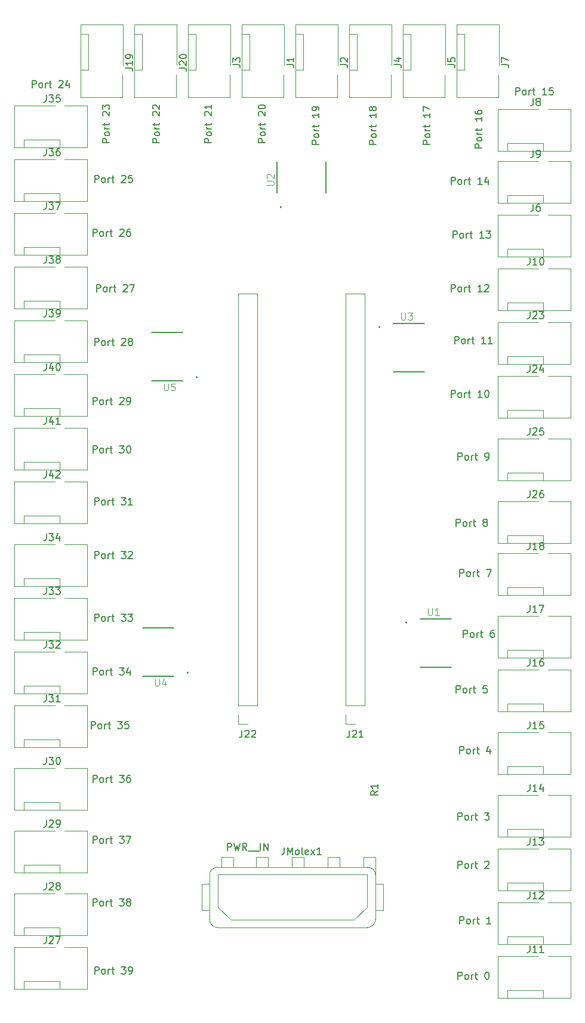
<source format=gbr>
%TF.GenerationSoftware,KiCad,Pcbnew,(5.1.8)-1*%
%TF.CreationDate,2020-12-30T12:04:26-06:00*%
%TF.ProjectId,CircuitBoard,43697263-7569-4744-926f-6172642e6b69,rev?*%
%TF.SameCoordinates,Original*%
%TF.FileFunction,Legend,Top*%
%TF.FilePolarity,Positive*%
%FSLAX46Y46*%
G04 Gerber Fmt 4.6, Leading zero omitted, Abs format (unit mm)*
G04 Created by KiCad (PCBNEW (5.1.8)-1) date 2020-12-30 12:04:26*
%MOMM*%
%LPD*%
G01*
G04 APERTURE LIST*
%ADD10C,0.150000*%
%ADD11C,0.127000*%
%ADD12C,0.200000*%
%ADD13C,0.120000*%
%ADD14C,0.015000*%
G04 APERTURE END LIST*
D10*
X129484380Y-62586857D02*
X128484380Y-62586857D01*
X128484380Y-62205904D01*
X128532000Y-62110666D01*
X128579619Y-62063047D01*
X128674857Y-62015428D01*
X128817714Y-62015428D01*
X128912952Y-62063047D01*
X128960571Y-62110666D01*
X129008190Y-62205904D01*
X129008190Y-62586857D01*
X129484380Y-61444000D02*
X129436761Y-61539238D01*
X129389142Y-61586857D01*
X129293904Y-61634476D01*
X129008190Y-61634476D01*
X128912952Y-61586857D01*
X128865333Y-61539238D01*
X128817714Y-61444000D01*
X128817714Y-61301142D01*
X128865333Y-61205904D01*
X128912952Y-61158285D01*
X129008190Y-61110666D01*
X129293904Y-61110666D01*
X129389142Y-61158285D01*
X129436761Y-61205904D01*
X129484380Y-61301142D01*
X129484380Y-61444000D01*
X129484380Y-60682095D02*
X128817714Y-60682095D01*
X129008190Y-60682095D02*
X128912952Y-60634476D01*
X128865333Y-60586857D01*
X128817714Y-60491619D01*
X128817714Y-60396380D01*
X128817714Y-60205904D02*
X128817714Y-59824952D01*
X128484380Y-60063047D02*
X129341523Y-60063047D01*
X129436761Y-60015428D01*
X129484380Y-59920190D01*
X129484380Y-59824952D01*
X129484380Y-58205904D02*
X129484380Y-58777333D01*
X129484380Y-58491619D02*
X128484380Y-58491619D01*
X128627238Y-58586857D01*
X128722476Y-58682095D01*
X128770095Y-58777333D01*
X129484380Y-57729714D02*
X129484380Y-57539238D01*
X129436761Y-57444000D01*
X129389142Y-57396380D01*
X129246285Y-57301142D01*
X129055809Y-57253523D01*
X128674857Y-57253523D01*
X128579619Y-57301142D01*
X128532000Y-57348761D01*
X128484380Y-57444000D01*
X128484380Y-57634476D01*
X128532000Y-57729714D01*
X128579619Y-57777333D01*
X128674857Y-57824952D01*
X128912952Y-57824952D01*
X129008190Y-57777333D01*
X129055809Y-57729714D01*
X129103428Y-57634476D01*
X129103428Y-57444000D01*
X129055809Y-57348761D01*
X129008190Y-57301142D01*
X128912952Y-57253523D01*
X97687142Y-180284380D02*
X97687142Y-179284380D01*
X98068095Y-179284380D01*
X98163333Y-179332000D01*
X98210952Y-179379619D01*
X98258571Y-179474857D01*
X98258571Y-179617714D01*
X98210952Y-179712952D01*
X98163333Y-179760571D01*
X98068095Y-179808190D01*
X97687142Y-179808190D01*
X98830000Y-180284380D02*
X98734761Y-180236761D01*
X98687142Y-180189142D01*
X98639523Y-180093904D01*
X98639523Y-179808190D01*
X98687142Y-179712952D01*
X98734761Y-179665333D01*
X98830000Y-179617714D01*
X98972857Y-179617714D01*
X99068095Y-179665333D01*
X99115714Y-179712952D01*
X99163333Y-179808190D01*
X99163333Y-180093904D01*
X99115714Y-180189142D01*
X99068095Y-180236761D01*
X98972857Y-180284380D01*
X98830000Y-180284380D01*
X99591904Y-180284380D02*
X99591904Y-179617714D01*
X99591904Y-179808190D02*
X99639523Y-179712952D01*
X99687142Y-179665333D01*
X99782380Y-179617714D01*
X99877619Y-179617714D01*
X100068095Y-179617714D02*
X100449047Y-179617714D01*
X100210952Y-179284380D02*
X100210952Y-180141523D01*
X100258571Y-180236761D01*
X100353809Y-180284380D01*
X100449047Y-180284380D01*
X101449047Y-179284380D02*
X102068095Y-179284380D01*
X101734761Y-179665333D01*
X101877619Y-179665333D01*
X101972857Y-179712952D01*
X102020476Y-179760571D01*
X102068095Y-179855809D01*
X102068095Y-180093904D01*
X102020476Y-180189142D01*
X101972857Y-180236761D01*
X101877619Y-180284380D01*
X101591904Y-180284380D01*
X101496666Y-180236761D01*
X101449047Y-180189142D01*
X102544285Y-180284380D02*
X102734761Y-180284380D01*
X102830000Y-180236761D01*
X102877619Y-180189142D01*
X102972857Y-180046285D01*
X103020476Y-179855809D01*
X103020476Y-179474857D01*
X102972857Y-179379619D01*
X102925238Y-179332000D01*
X102830000Y-179284380D01*
X102639523Y-179284380D01*
X102544285Y-179332000D01*
X102496666Y-179379619D01*
X102449047Y-179474857D01*
X102449047Y-179712952D01*
X102496666Y-179808190D01*
X102544285Y-179855809D01*
X102639523Y-179903428D01*
X102830000Y-179903428D01*
X102925238Y-179855809D01*
X102972857Y-179808190D01*
X103020476Y-179712952D01*
X97433142Y-170632380D02*
X97433142Y-169632380D01*
X97814095Y-169632380D01*
X97909333Y-169680000D01*
X97956952Y-169727619D01*
X98004571Y-169822857D01*
X98004571Y-169965714D01*
X97956952Y-170060952D01*
X97909333Y-170108571D01*
X97814095Y-170156190D01*
X97433142Y-170156190D01*
X98576000Y-170632380D02*
X98480761Y-170584761D01*
X98433142Y-170537142D01*
X98385523Y-170441904D01*
X98385523Y-170156190D01*
X98433142Y-170060952D01*
X98480761Y-170013333D01*
X98576000Y-169965714D01*
X98718857Y-169965714D01*
X98814095Y-170013333D01*
X98861714Y-170060952D01*
X98909333Y-170156190D01*
X98909333Y-170441904D01*
X98861714Y-170537142D01*
X98814095Y-170584761D01*
X98718857Y-170632380D01*
X98576000Y-170632380D01*
X99337904Y-170632380D02*
X99337904Y-169965714D01*
X99337904Y-170156190D02*
X99385523Y-170060952D01*
X99433142Y-170013333D01*
X99528380Y-169965714D01*
X99623619Y-169965714D01*
X99814095Y-169965714D02*
X100195047Y-169965714D01*
X99956952Y-169632380D02*
X99956952Y-170489523D01*
X100004571Y-170584761D01*
X100099809Y-170632380D01*
X100195047Y-170632380D01*
X101195047Y-169632380D02*
X101814095Y-169632380D01*
X101480761Y-170013333D01*
X101623619Y-170013333D01*
X101718857Y-170060952D01*
X101766476Y-170108571D01*
X101814095Y-170203809D01*
X101814095Y-170441904D01*
X101766476Y-170537142D01*
X101718857Y-170584761D01*
X101623619Y-170632380D01*
X101337904Y-170632380D01*
X101242666Y-170584761D01*
X101195047Y-170537142D01*
X102385523Y-170060952D02*
X102290285Y-170013333D01*
X102242666Y-169965714D01*
X102195047Y-169870476D01*
X102195047Y-169822857D01*
X102242666Y-169727619D01*
X102290285Y-169680000D01*
X102385523Y-169632380D01*
X102576000Y-169632380D01*
X102671238Y-169680000D01*
X102718857Y-169727619D01*
X102766476Y-169822857D01*
X102766476Y-169870476D01*
X102718857Y-169965714D01*
X102671238Y-170013333D01*
X102576000Y-170060952D01*
X102385523Y-170060952D01*
X102290285Y-170108571D01*
X102242666Y-170156190D01*
X102195047Y-170251428D01*
X102195047Y-170441904D01*
X102242666Y-170537142D01*
X102290285Y-170584761D01*
X102385523Y-170632380D01*
X102576000Y-170632380D01*
X102671238Y-170584761D01*
X102718857Y-170537142D01*
X102766476Y-170441904D01*
X102766476Y-170251428D01*
X102718857Y-170156190D01*
X102671238Y-170108571D01*
X102576000Y-170060952D01*
X97433142Y-161742380D02*
X97433142Y-160742380D01*
X97814095Y-160742380D01*
X97909333Y-160790000D01*
X97956952Y-160837619D01*
X98004571Y-160932857D01*
X98004571Y-161075714D01*
X97956952Y-161170952D01*
X97909333Y-161218571D01*
X97814095Y-161266190D01*
X97433142Y-161266190D01*
X98576000Y-161742380D02*
X98480761Y-161694761D01*
X98433142Y-161647142D01*
X98385523Y-161551904D01*
X98385523Y-161266190D01*
X98433142Y-161170952D01*
X98480761Y-161123333D01*
X98576000Y-161075714D01*
X98718857Y-161075714D01*
X98814095Y-161123333D01*
X98861714Y-161170952D01*
X98909333Y-161266190D01*
X98909333Y-161551904D01*
X98861714Y-161647142D01*
X98814095Y-161694761D01*
X98718857Y-161742380D01*
X98576000Y-161742380D01*
X99337904Y-161742380D02*
X99337904Y-161075714D01*
X99337904Y-161266190D02*
X99385523Y-161170952D01*
X99433142Y-161123333D01*
X99528380Y-161075714D01*
X99623619Y-161075714D01*
X99814095Y-161075714D02*
X100195047Y-161075714D01*
X99956952Y-160742380D02*
X99956952Y-161599523D01*
X100004571Y-161694761D01*
X100099809Y-161742380D01*
X100195047Y-161742380D01*
X101195047Y-160742380D02*
X101814095Y-160742380D01*
X101480761Y-161123333D01*
X101623619Y-161123333D01*
X101718857Y-161170952D01*
X101766476Y-161218571D01*
X101814095Y-161313809D01*
X101814095Y-161551904D01*
X101766476Y-161647142D01*
X101718857Y-161694761D01*
X101623619Y-161742380D01*
X101337904Y-161742380D01*
X101242666Y-161694761D01*
X101195047Y-161647142D01*
X102147428Y-160742380D02*
X102814095Y-160742380D01*
X102385523Y-161742380D01*
X97433142Y-153106380D02*
X97433142Y-152106380D01*
X97814095Y-152106380D01*
X97909333Y-152154000D01*
X97956952Y-152201619D01*
X98004571Y-152296857D01*
X98004571Y-152439714D01*
X97956952Y-152534952D01*
X97909333Y-152582571D01*
X97814095Y-152630190D01*
X97433142Y-152630190D01*
X98576000Y-153106380D02*
X98480761Y-153058761D01*
X98433142Y-153011142D01*
X98385523Y-152915904D01*
X98385523Y-152630190D01*
X98433142Y-152534952D01*
X98480761Y-152487333D01*
X98576000Y-152439714D01*
X98718857Y-152439714D01*
X98814095Y-152487333D01*
X98861714Y-152534952D01*
X98909333Y-152630190D01*
X98909333Y-152915904D01*
X98861714Y-153011142D01*
X98814095Y-153058761D01*
X98718857Y-153106380D01*
X98576000Y-153106380D01*
X99337904Y-153106380D02*
X99337904Y-152439714D01*
X99337904Y-152630190D02*
X99385523Y-152534952D01*
X99433142Y-152487333D01*
X99528380Y-152439714D01*
X99623619Y-152439714D01*
X99814095Y-152439714D02*
X100195047Y-152439714D01*
X99956952Y-152106380D02*
X99956952Y-152963523D01*
X100004571Y-153058761D01*
X100099809Y-153106380D01*
X100195047Y-153106380D01*
X101195047Y-152106380D02*
X101814095Y-152106380D01*
X101480761Y-152487333D01*
X101623619Y-152487333D01*
X101718857Y-152534952D01*
X101766476Y-152582571D01*
X101814095Y-152677809D01*
X101814095Y-152915904D01*
X101766476Y-153011142D01*
X101718857Y-153058761D01*
X101623619Y-153106380D01*
X101337904Y-153106380D01*
X101242666Y-153058761D01*
X101195047Y-153011142D01*
X102671238Y-152106380D02*
X102480761Y-152106380D01*
X102385523Y-152154000D01*
X102337904Y-152201619D01*
X102242666Y-152344476D01*
X102195047Y-152534952D01*
X102195047Y-152915904D01*
X102242666Y-153011142D01*
X102290285Y-153058761D01*
X102385523Y-153106380D01*
X102576000Y-153106380D01*
X102671238Y-153058761D01*
X102718857Y-153011142D01*
X102766476Y-152915904D01*
X102766476Y-152677809D01*
X102718857Y-152582571D01*
X102671238Y-152534952D01*
X102576000Y-152487333D01*
X102385523Y-152487333D01*
X102290285Y-152534952D01*
X102242666Y-152582571D01*
X102195047Y-152677809D01*
X97179142Y-145486380D02*
X97179142Y-144486380D01*
X97560095Y-144486380D01*
X97655333Y-144534000D01*
X97702952Y-144581619D01*
X97750571Y-144676857D01*
X97750571Y-144819714D01*
X97702952Y-144914952D01*
X97655333Y-144962571D01*
X97560095Y-145010190D01*
X97179142Y-145010190D01*
X98322000Y-145486380D02*
X98226761Y-145438761D01*
X98179142Y-145391142D01*
X98131523Y-145295904D01*
X98131523Y-145010190D01*
X98179142Y-144914952D01*
X98226761Y-144867333D01*
X98322000Y-144819714D01*
X98464857Y-144819714D01*
X98560095Y-144867333D01*
X98607714Y-144914952D01*
X98655333Y-145010190D01*
X98655333Y-145295904D01*
X98607714Y-145391142D01*
X98560095Y-145438761D01*
X98464857Y-145486380D01*
X98322000Y-145486380D01*
X99083904Y-145486380D02*
X99083904Y-144819714D01*
X99083904Y-145010190D02*
X99131523Y-144914952D01*
X99179142Y-144867333D01*
X99274380Y-144819714D01*
X99369619Y-144819714D01*
X99560095Y-144819714D02*
X99941047Y-144819714D01*
X99702952Y-144486380D02*
X99702952Y-145343523D01*
X99750571Y-145438761D01*
X99845809Y-145486380D01*
X99941047Y-145486380D01*
X100941047Y-144486380D02*
X101560095Y-144486380D01*
X101226761Y-144867333D01*
X101369619Y-144867333D01*
X101464857Y-144914952D01*
X101512476Y-144962571D01*
X101560095Y-145057809D01*
X101560095Y-145295904D01*
X101512476Y-145391142D01*
X101464857Y-145438761D01*
X101369619Y-145486380D01*
X101083904Y-145486380D01*
X100988666Y-145438761D01*
X100941047Y-145391142D01*
X102464857Y-144486380D02*
X101988666Y-144486380D01*
X101941047Y-144962571D01*
X101988666Y-144914952D01*
X102083904Y-144867333D01*
X102322000Y-144867333D01*
X102417238Y-144914952D01*
X102464857Y-144962571D01*
X102512476Y-145057809D01*
X102512476Y-145295904D01*
X102464857Y-145391142D01*
X102417238Y-145438761D01*
X102322000Y-145486380D01*
X102083904Y-145486380D01*
X101988666Y-145438761D01*
X101941047Y-145391142D01*
X97433142Y-137866380D02*
X97433142Y-136866380D01*
X97814095Y-136866380D01*
X97909333Y-136914000D01*
X97956952Y-136961619D01*
X98004571Y-137056857D01*
X98004571Y-137199714D01*
X97956952Y-137294952D01*
X97909333Y-137342571D01*
X97814095Y-137390190D01*
X97433142Y-137390190D01*
X98576000Y-137866380D02*
X98480761Y-137818761D01*
X98433142Y-137771142D01*
X98385523Y-137675904D01*
X98385523Y-137390190D01*
X98433142Y-137294952D01*
X98480761Y-137247333D01*
X98576000Y-137199714D01*
X98718857Y-137199714D01*
X98814095Y-137247333D01*
X98861714Y-137294952D01*
X98909333Y-137390190D01*
X98909333Y-137675904D01*
X98861714Y-137771142D01*
X98814095Y-137818761D01*
X98718857Y-137866380D01*
X98576000Y-137866380D01*
X99337904Y-137866380D02*
X99337904Y-137199714D01*
X99337904Y-137390190D02*
X99385523Y-137294952D01*
X99433142Y-137247333D01*
X99528380Y-137199714D01*
X99623619Y-137199714D01*
X99814095Y-137199714D02*
X100195047Y-137199714D01*
X99956952Y-136866380D02*
X99956952Y-137723523D01*
X100004571Y-137818761D01*
X100099809Y-137866380D01*
X100195047Y-137866380D01*
X101195047Y-136866380D02*
X101814095Y-136866380D01*
X101480761Y-137247333D01*
X101623619Y-137247333D01*
X101718857Y-137294952D01*
X101766476Y-137342571D01*
X101814095Y-137437809D01*
X101814095Y-137675904D01*
X101766476Y-137771142D01*
X101718857Y-137818761D01*
X101623619Y-137866380D01*
X101337904Y-137866380D01*
X101242666Y-137818761D01*
X101195047Y-137771142D01*
X102671238Y-137199714D02*
X102671238Y-137866380D01*
X102433142Y-136818761D02*
X102195047Y-137533047D01*
X102814095Y-137533047D01*
X97687142Y-130246380D02*
X97687142Y-129246380D01*
X98068095Y-129246380D01*
X98163333Y-129294000D01*
X98210952Y-129341619D01*
X98258571Y-129436857D01*
X98258571Y-129579714D01*
X98210952Y-129674952D01*
X98163333Y-129722571D01*
X98068095Y-129770190D01*
X97687142Y-129770190D01*
X98830000Y-130246380D02*
X98734761Y-130198761D01*
X98687142Y-130151142D01*
X98639523Y-130055904D01*
X98639523Y-129770190D01*
X98687142Y-129674952D01*
X98734761Y-129627333D01*
X98830000Y-129579714D01*
X98972857Y-129579714D01*
X99068095Y-129627333D01*
X99115714Y-129674952D01*
X99163333Y-129770190D01*
X99163333Y-130055904D01*
X99115714Y-130151142D01*
X99068095Y-130198761D01*
X98972857Y-130246380D01*
X98830000Y-130246380D01*
X99591904Y-130246380D02*
X99591904Y-129579714D01*
X99591904Y-129770190D02*
X99639523Y-129674952D01*
X99687142Y-129627333D01*
X99782380Y-129579714D01*
X99877619Y-129579714D01*
X100068095Y-129579714D02*
X100449047Y-129579714D01*
X100210952Y-129246380D02*
X100210952Y-130103523D01*
X100258571Y-130198761D01*
X100353809Y-130246380D01*
X100449047Y-130246380D01*
X101449047Y-129246380D02*
X102068095Y-129246380D01*
X101734761Y-129627333D01*
X101877619Y-129627333D01*
X101972857Y-129674952D01*
X102020476Y-129722571D01*
X102068095Y-129817809D01*
X102068095Y-130055904D01*
X102020476Y-130151142D01*
X101972857Y-130198761D01*
X101877619Y-130246380D01*
X101591904Y-130246380D01*
X101496666Y-130198761D01*
X101449047Y-130151142D01*
X102401428Y-129246380D02*
X103020476Y-129246380D01*
X102687142Y-129627333D01*
X102830000Y-129627333D01*
X102925238Y-129674952D01*
X102972857Y-129722571D01*
X103020476Y-129817809D01*
X103020476Y-130055904D01*
X102972857Y-130151142D01*
X102925238Y-130198761D01*
X102830000Y-130246380D01*
X102544285Y-130246380D01*
X102449047Y-130198761D01*
X102401428Y-130151142D01*
X97687142Y-121356380D02*
X97687142Y-120356380D01*
X98068095Y-120356380D01*
X98163333Y-120404000D01*
X98210952Y-120451619D01*
X98258571Y-120546857D01*
X98258571Y-120689714D01*
X98210952Y-120784952D01*
X98163333Y-120832571D01*
X98068095Y-120880190D01*
X97687142Y-120880190D01*
X98830000Y-121356380D02*
X98734761Y-121308761D01*
X98687142Y-121261142D01*
X98639523Y-121165904D01*
X98639523Y-120880190D01*
X98687142Y-120784952D01*
X98734761Y-120737333D01*
X98830000Y-120689714D01*
X98972857Y-120689714D01*
X99068095Y-120737333D01*
X99115714Y-120784952D01*
X99163333Y-120880190D01*
X99163333Y-121165904D01*
X99115714Y-121261142D01*
X99068095Y-121308761D01*
X98972857Y-121356380D01*
X98830000Y-121356380D01*
X99591904Y-121356380D02*
X99591904Y-120689714D01*
X99591904Y-120880190D02*
X99639523Y-120784952D01*
X99687142Y-120737333D01*
X99782380Y-120689714D01*
X99877619Y-120689714D01*
X100068095Y-120689714D02*
X100449047Y-120689714D01*
X100210952Y-120356380D02*
X100210952Y-121213523D01*
X100258571Y-121308761D01*
X100353809Y-121356380D01*
X100449047Y-121356380D01*
X101449047Y-120356380D02*
X102068095Y-120356380D01*
X101734761Y-120737333D01*
X101877619Y-120737333D01*
X101972857Y-120784952D01*
X102020476Y-120832571D01*
X102068095Y-120927809D01*
X102068095Y-121165904D01*
X102020476Y-121261142D01*
X101972857Y-121308761D01*
X101877619Y-121356380D01*
X101591904Y-121356380D01*
X101496666Y-121308761D01*
X101449047Y-121261142D01*
X102449047Y-120451619D02*
X102496666Y-120404000D01*
X102591904Y-120356380D01*
X102830000Y-120356380D01*
X102925238Y-120404000D01*
X102972857Y-120451619D01*
X103020476Y-120546857D01*
X103020476Y-120642095D01*
X102972857Y-120784952D01*
X102401428Y-121356380D01*
X103020476Y-121356380D01*
X97687142Y-113736380D02*
X97687142Y-112736380D01*
X98068095Y-112736380D01*
X98163333Y-112784000D01*
X98210952Y-112831619D01*
X98258571Y-112926857D01*
X98258571Y-113069714D01*
X98210952Y-113164952D01*
X98163333Y-113212571D01*
X98068095Y-113260190D01*
X97687142Y-113260190D01*
X98830000Y-113736380D02*
X98734761Y-113688761D01*
X98687142Y-113641142D01*
X98639523Y-113545904D01*
X98639523Y-113260190D01*
X98687142Y-113164952D01*
X98734761Y-113117333D01*
X98830000Y-113069714D01*
X98972857Y-113069714D01*
X99068095Y-113117333D01*
X99115714Y-113164952D01*
X99163333Y-113260190D01*
X99163333Y-113545904D01*
X99115714Y-113641142D01*
X99068095Y-113688761D01*
X98972857Y-113736380D01*
X98830000Y-113736380D01*
X99591904Y-113736380D02*
X99591904Y-113069714D01*
X99591904Y-113260190D02*
X99639523Y-113164952D01*
X99687142Y-113117333D01*
X99782380Y-113069714D01*
X99877619Y-113069714D01*
X100068095Y-113069714D02*
X100449047Y-113069714D01*
X100210952Y-112736380D02*
X100210952Y-113593523D01*
X100258571Y-113688761D01*
X100353809Y-113736380D01*
X100449047Y-113736380D01*
X101449047Y-112736380D02*
X102068095Y-112736380D01*
X101734761Y-113117333D01*
X101877619Y-113117333D01*
X101972857Y-113164952D01*
X102020476Y-113212571D01*
X102068095Y-113307809D01*
X102068095Y-113545904D01*
X102020476Y-113641142D01*
X101972857Y-113688761D01*
X101877619Y-113736380D01*
X101591904Y-113736380D01*
X101496666Y-113688761D01*
X101449047Y-113641142D01*
X103020476Y-113736380D02*
X102449047Y-113736380D01*
X102734761Y-113736380D02*
X102734761Y-112736380D01*
X102639523Y-112879238D01*
X102544285Y-112974476D01*
X102449047Y-113022095D01*
X97433142Y-106370380D02*
X97433142Y-105370380D01*
X97814095Y-105370380D01*
X97909333Y-105418000D01*
X97956952Y-105465619D01*
X98004571Y-105560857D01*
X98004571Y-105703714D01*
X97956952Y-105798952D01*
X97909333Y-105846571D01*
X97814095Y-105894190D01*
X97433142Y-105894190D01*
X98576000Y-106370380D02*
X98480761Y-106322761D01*
X98433142Y-106275142D01*
X98385523Y-106179904D01*
X98385523Y-105894190D01*
X98433142Y-105798952D01*
X98480761Y-105751333D01*
X98576000Y-105703714D01*
X98718857Y-105703714D01*
X98814095Y-105751333D01*
X98861714Y-105798952D01*
X98909333Y-105894190D01*
X98909333Y-106179904D01*
X98861714Y-106275142D01*
X98814095Y-106322761D01*
X98718857Y-106370380D01*
X98576000Y-106370380D01*
X99337904Y-106370380D02*
X99337904Y-105703714D01*
X99337904Y-105894190D02*
X99385523Y-105798952D01*
X99433142Y-105751333D01*
X99528380Y-105703714D01*
X99623619Y-105703714D01*
X99814095Y-105703714D02*
X100195047Y-105703714D01*
X99956952Y-105370380D02*
X99956952Y-106227523D01*
X100004571Y-106322761D01*
X100099809Y-106370380D01*
X100195047Y-106370380D01*
X101195047Y-105370380D02*
X101814095Y-105370380D01*
X101480761Y-105751333D01*
X101623619Y-105751333D01*
X101718857Y-105798952D01*
X101766476Y-105846571D01*
X101814095Y-105941809D01*
X101814095Y-106179904D01*
X101766476Y-106275142D01*
X101718857Y-106322761D01*
X101623619Y-106370380D01*
X101337904Y-106370380D01*
X101242666Y-106322761D01*
X101195047Y-106275142D01*
X102433142Y-105370380D02*
X102528380Y-105370380D01*
X102623619Y-105418000D01*
X102671238Y-105465619D01*
X102718857Y-105560857D01*
X102766476Y-105751333D01*
X102766476Y-105989428D01*
X102718857Y-106179904D01*
X102671238Y-106275142D01*
X102623619Y-106322761D01*
X102528380Y-106370380D01*
X102433142Y-106370380D01*
X102337904Y-106322761D01*
X102290285Y-106275142D01*
X102242666Y-106179904D01*
X102195047Y-105989428D01*
X102195047Y-105751333D01*
X102242666Y-105560857D01*
X102290285Y-105465619D01*
X102337904Y-105418000D01*
X102433142Y-105370380D01*
X97433142Y-99512380D02*
X97433142Y-98512380D01*
X97814095Y-98512380D01*
X97909333Y-98560000D01*
X97956952Y-98607619D01*
X98004571Y-98702857D01*
X98004571Y-98845714D01*
X97956952Y-98940952D01*
X97909333Y-98988571D01*
X97814095Y-99036190D01*
X97433142Y-99036190D01*
X98576000Y-99512380D02*
X98480761Y-99464761D01*
X98433142Y-99417142D01*
X98385523Y-99321904D01*
X98385523Y-99036190D01*
X98433142Y-98940952D01*
X98480761Y-98893333D01*
X98576000Y-98845714D01*
X98718857Y-98845714D01*
X98814095Y-98893333D01*
X98861714Y-98940952D01*
X98909333Y-99036190D01*
X98909333Y-99321904D01*
X98861714Y-99417142D01*
X98814095Y-99464761D01*
X98718857Y-99512380D01*
X98576000Y-99512380D01*
X99337904Y-99512380D02*
X99337904Y-98845714D01*
X99337904Y-99036190D02*
X99385523Y-98940952D01*
X99433142Y-98893333D01*
X99528380Y-98845714D01*
X99623619Y-98845714D01*
X99814095Y-98845714D02*
X100195047Y-98845714D01*
X99956952Y-98512380D02*
X99956952Y-99369523D01*
X100004571Y-99464761D01*
X100099809Y-99512380D01*
X100195047Y-99512380D01*
X101242666Y-98607619D02*
X101290285Y-98560000D01*
X101385523Y-98512380D01*
X101623619Y-98512380D01*
X101718857Y-98560000D01*
X101766476Y-98607619D01*
X101814095Y-98702857D01*
X101814095Y-98798095D01*
X101766476Y-98940952D01*
X101195047Y-99512380D01*
X101814095Y-99512380D01*
X102290285Y-99512380D02*
X102480761Y-99512380D01*
X102576000Y-99464761D01*
X102623619Y-99417142D01*
X102718857Y-99274285D01*
X102766476Y-99083809D01*
X102766476Y-98702857D01*
X102718857Y-98607619D01*
X102671238Y-98560000D01*
X102576000Y-98512380D01*
X102385523Y-98512380D01*
X102290285Y-98560000D01*
X102242666Y-98607619D01*
X102195047Y-98702857D01*
X102195047Y-98940952D01*
X102242666Y-99036190D01*
X102290285Y-99083809D01*
X102385523Y-99131428D01*
X102576000Y-99131428D01*
X102671238Y-99083809D01*
X102718857Y-99036190D01*
X102766476Y-98940952D01*
X97687142Y-91130380D02*
X97687142Y-90130380D01*
X98068095Y-90130380D01*
X98163333Y-90178000D01*
X98210952Y-90225619D01*
X98258571Y-90320857D01*
X98258571Y-90463714D01*
X98210952Y-90558952D01*
X98163333Y-90606571D01*
X98068095Y-90654190D01*
X97687142Y-90654190D01*
X98830000Y-91130380D02*
X98734761Y-91082761D01*
X98687142Y-91035142D01*
X98639523Y-90939904D01*
X98639523Y-90654190D01*
X98687142Y-90558952D01*
X98734761Y-90511333D01*
X98830000Y-90463714D01*
X98972857Y-90463714D01*
X99068095Y-90511333D01*
X99115714Y-90558952D01*
X99163333Y-90654190D01*
X99163333Y-90939904D01*
X99115714Y-91035142D01*
X99068095Y-91082761D01*
X98972857Y-91130380D01*
X98830000Y-91130380D01*
X99591904Y-91130380D02*
X99591904Y-90463714D01*
X99591904Y-90654190D02*
X99639523Y-90558952D01*
X99687142Y-90511333D01*
X99782380Y-90463714D01*
X99877619Y-90463714D01*
X100068095Y-90463714D02*
X100449047Y-90463714D01*
X100210952Y-90130380D02*
X100210952Y-90987523D01*
X100258571Y-91082761D01*
X100353809Y-91130380D01*
X100449047Y-91130380D01*
X101496666Y-90225619D02*
X101544285Y-90178000D01*
X101639523Y-90130380D01*
X101877619Y-90130380D01*
X101972857Y-90178000D01*
X102020476Y-90225619D01*
X102068095Y-90320857D01*
X102068095Y-90416095D01*
X102020476Y-90558952D01*
X101449047Y-91130380D01*
X102068095Y-91130380D01*
X102639523Y-90558952D02*
X102544285Y-90511333D01*
X102496666Y-90463714D01*
X102449047Y-90368476D01*
X102449047Y-90320857D01*
X102496666Y-90225619D01*
X102544285Y-90178000D01*
X102639523Y-90130380D01*
X102830000Y-90130380D01*
X102925238Y-90178000D01*
X102972857Y-90225619D01*
X103020476Y-90320857D01*
X103020476Y-90368476D01*
X102972857Y-90463714D01*
X102925238Y-90511333D01*
X102830000Y-90558952D01*
X102639523Y-90558952D01*
X102544285Y-90606571D01*
X102496666Y-90654190D01*
X102449047Y-90749428D01*
X102449047Y-90939904D01*
X102496666Y-91035142D01*
X102544285Y-91082761D01*
X102639523Y-91130380D01*
X102830000Y-91130380D01*
X102925238Y-91082761D01*
X102972857Y-91035142D01*
X103020476Y-90939904D01*
X103020476Y-90749428D01*
X102972857Y-90654190D01*
X102925238Y-90606571D01*
X102830000Y-90558952D01*
X97941142Y-83510380D02*
X97941142Y-82510380D01*
X98322095Y-82510380D01*
X98417333Y-82558000D01*
X98464952Y-82605619D01*
X98512571Y-82700857D01*
X98512571Y-82843714D01*
X98464952Y-82938952D01*
X98417333Y-82986571D01*
X98322095Y-83034190D01*
X97941142Y-83034190D01*
X99084000Y-83510380D02*
X98988761Y-83462761D01*
X98941142Y-83415142D01*
X98893523Y-83319904D01*
X98893523Y-83034190D01*
X98941142Y-82938952D01*
X98988761Y-82891333D01*
X99084000Y-82843714D01*
X99226857Y-82843714D01*
X99322095Y-82891333D01*
X99369714Y-82938952D01*
X99417333Y-83034190D01*
X99417333Y-83319904D01*
X99369714Y-83415142D01*
X99322095Y-83462761D01*
X99226857Y-83510380D01*
X99084000Y-83510380D01*
X99845904Y-83510380D02*
X99845904Y-82843714D01*
X99845904Y-83034190D02*
X99893523Y-82938952D01*
X99941142Y-82891333D01*
X100036380Y-82843714D01*
X100131619Y-82843714D01*
X100322095Y-82843714D02*
X100703047Y-82843714D01*
X100464952Y-82510380D02*
X100464952Y-83367523D01*
X100512571Y-83462761D01*
X100607809Y-83510380D01*
X100703047Y-83510380D01*
X101750666Y-82605619D02*
X101798285Y-82558000D01*
X101893523Y-82510380D01*
X102131619Y-82510380D01*
X102226857Y-82558000D01*
X102274476Y-82605619D01*
X102322095Y-82700857D01*
X102322095Y-82796095D01*
X102274476Y-82938952D01*
X101703047Y-83510380D01*
X102322095Y-83510380D01*
X102655428Y-82510380D02*
X103322095Y-82510380D01*
X102893523Y-83510380D01*
X97433142Y-75636380D02*
X97433142Y-74636380D01*
X97814095Y-74636380D01*
X97909333Y-74684000D01*
X97956952Y-74731619D01*
X98004571Y-74826857D01*
X98004571Y-74969714D01*
X97956952Y-75064952D01*
X97909333Y-75112571D01*
X97814095Y-75160190D01*
X97433142Y-75160190D01*
X98576000Y-75636380D02*
X98480761Y-75588761D01*
X98433142Y-75541142D01*
X98385523Y-75445904D01*
X98385523Y-75160190D01*
X98433142Y-75064952D01*
X98480761Y-75017333D01*
X98576000Y-74969714D01*
X98718857Y-74969714D01*
X98814095Y-75017333D01*
X98861714Y-75064952D01*
X98909333Y-75160190D01*
X98909333Y-75445904D01*
X98861714Y-75541142D01*
X98814095Y-75588761D01*
X98718857Y-75636380D01*
X98576000Y-75636380D01*
X99337904Y-75636380D02*
X99337904Y-74969714D01*
X99337904Y-75160190D02*
X99385523Y-75064952D01*
X99433142Y-75017333D01*
X99528380Y-74969714D01*
X99623619Y-74969714D01*
X99814095Y-74969714D02*
X100195047Y-74969714D01*
X99956952Y-74636380D02*
X99956952Y-75493523D01*
X100004571Y-75588761D01*
X100099809Y-75636380D01*
X100195047Y-75636380D01*
X101242666Y-74731619D02*
X101290285Y-74684000D01*
X101385523Y-74636380D01*
X101623619Y-74636380D01*
X101718857Y-74684000D01*
X101766476Y-74731619D01*
X101814095Y-74826857D01*
X101814095Y-74922095D01*
X101766476Y-75064952D01*
X101195047Y-75636380D01*
X101814095Y-75636380D01*
X102671238Y-74636380D02*
X102480761Y-74636380D01*
X102385523Y-74684000D01*
X102337904Y-74731619D01*
X102242666Y-74874476D01*
X102195047Y-75064952D01*
X102195047Y-75445904D01*
X102242666Y-75541142D01*
X102290285Y-75588761D01*
X102385523Y-75636380D01*
X102576000Y-75636380D01*
X102671238Y-75588761D01*
X102718857Y-75541142D01*
X102766476Y-75445904D01*
X102766476Y-75207809D01*
X102718857Y-75112571D01*
X102671238Y-75064952D01*
X102576000Y-75017333D01*
X102385523Y-75017333D01*
X102290285Y-75064952D01*
X102242666Y-75112571D01*
X102195047Y-75207809D01*
X97687142Y-68016380D02*
X97687142Y-67016380D01*
X98068095Y-67016380D01*
X98163333Y-67064000D01*
X98210952Y-67111619D01*
X98258571Y-67206857D01*
X98258571Y-67349714D01*
X98210952Y-67444952D01*
X98163333Y-67492571D01*
X98068095Y-67540190D01*
X97687142Y-67540190D01*
X98830000Y-68016380D02*
X98734761Y-67968761D01*
X98687142Y-67921142D01*
X98639523Y-67825904D01*
X98639523Y-67540190D01*
X98687142Y-67444952D01*
X98734761Y-67397333D01*
X98830000Y-67349714D01*
X98972857Y-67349714D01*
X99068095Y-67397333D01*
X99115714Y-67444952D01*
X99163333Y-67540190D01*
X99163333Y-67825904D01*
X99115714Y-67921142D01*
X99068095Y-67968761D01*
X98972857Y-68016380D01*
X98830000Y-68016380D01*
X99591904Y-68016380D02*
X99591904Y-67349714D01*
X99591904Y-67540190D02*
X99639523Y-67444952D01*
X99687142Y-67397333D01*
X99782380Y-67349714D01*
X99877619Y-67349714D01*
X100068095Y-67349714D02*
X100449047Y-67349714D01*
X100210952Y-67016380D02*
X100210952Y-67873523D01*
X100258571Y-67968761D01*
X100353809Y-68016380D01*
X100449047Y-68016380D01*
X101496666Y-67111619D02*
X101544285Y-67064000D01*
X101639523Y-67016380D01*
X101877619Y-67016380D01*
X101972857Y-67064000D01*
X102020476Y-67111619D01*
X102068095Y-67206857D01*
X102068095Y-67302095D01*
X102020476Y-67444952D01*
X101449047Y-68016380D01*
X102068095Y-68016380D01*
X102972857Y-67016380D02*
X102496666Y-67016380D01*
X102449047Y-67492571D01*
X102496666Y-67444952D01*
X102591904Y-67397333D01*
X102830000Y-67397333D01*
X102925238Y-67444952D01*
X102972857Y-67492571D01*
X103020476Y-67587809D01*
X103020476Y-67825904D01*
X102972857Y-67921142D01*
X102925238Y-67968761D01*
X102830000Y-68016380D01*
X102591904Y-68016380D01*
X102496666Y-67968761D01*
X102449047Y-67921142D01*
X88797142Y-54554380D02*
X88797142Y-53554380D01*
X89178095Y-53554380D01*
X89273333Y-53602000D01*
X89320952Y-53649619D01*
X89368571Y-53744857D01*
X89368571Y-53887714D01*
X89320952Y-53982952D01*
X89273333Y-54030571D01*
X89178095Y-54078190D01*
X88797142Y-54078190D01*
X89940000Y-54554380D02*
X89844761Y-54506761D01*
X89797142Y-54459142D01*
X89749523Y-54363904D01*
X89749523Y-54078190D01*
X89797142Y-53982952D01*
X89844761Y-53935333D01*
X89940000Y-53887714D01*
X90082857Y-53887714D01*
X90178095Y-53935333D01*
X90225714Y-53982952D01*
X90273333Y-54078190D01*
X90273333Y-54363904D01*
X90225714Y-54459142D01*
X90178095Y-54506761D01*
X90082857Y-54554380D01*
X89940000Y-54554380D01*
X90701904Y-54554380D02*
X90701904Y-53887714D01*
X90701904Y-54078190D02*
X90749523Y-53982952D01*
X90797142Y-53935333D01*
X90892380Y-53887714D01*
X90987619Y-53887714D01*
X91178095Y-53887714D02*
X91559047Y-53887714D01*
X91320952Y-53554380D02*
X91320952Y-54411523D01*
X91368571Y-54506761D01*
X91463809Y-54554380D01*
X91559047Y-54554380D01*
X92606666Y-53649619D02*
X92654285Y-53602000D01*
X92749523Y-53554380D01*
X92987619Y-53554380D01*
X93082857Y-53602000D01*
X93130476Y-53649619D01*
X93178095Y-53744857D01*
X93178095Y-53840095D01*
X93130476Y-53982952D01*
X92559047Y-54554380D01*
X93178095Y-54554380D01*
X94035238Y-53887714D02*
X94035238Y-54554380D01*
X93797142Y-53506761D02*
X93559047Y-54221047D01*
X94178095Y-54221047D01*
X99766380Y-62332857D02*
X98766380Y-62332857D01*
X98766380Y-61951904D01*
X98814000Y-61856666D01*
X98861619Y-61809047D01*
X98956857Y-61761428D01*
X99099714Y-61761428D01*
X99194952Y-61809047D01*
X99242571Y-61856666D01*
X99290190Y-61951904D01*
X99290190Y-62332857D01*
X99766380Y-61190000D02*
X99718761Y-61285238D01*
X99671142Y-61332857D01*
X99575904Y-61380476D01*
X99290190Y-61380476D01*
X99194952Y-61332857D01*
X99147333Y-61285238D01*
X99099714Y-61190000D01*
X99099714Y-61047142D01*
X99147333Y-60951904D01*
X99194952Y-60904285D01*
X99290190Y-60856666D01*
X99575904Y-60856666D01*
X99671142Y-60904285D01*
X99718761Y-60951904D01*
X99766380Y-61047142D01*
X99766380Y-61190000D01*
X99766380Y-60428095D02*
X99099714Y-60428095D01*
X99290190Y-60428095D02*
X99194952Y-60380476D01*
X99147333Y-60332857D01*
X99099714Y-60237619D01*
X99099714Y-60142380D01*
X99099714Y-59951904D02*
X99099714Y-59570952D01*
X98766380Y-59809047D02*
X99623523Y-59809047D01*
X99718761Y-59761428D01*
X99766380Y-59666190D01*
X99766380Y-59570952D01*
X98861619Y-58523333D02*
X98814000Y-58475714D01*
X98766380Y-58380476D01*
X98766380Y-58142380D01*
X98814000Y-58047142D01*
X98861619Y-57999523D01*
X98956857Y-57951904D01*
X99052095Y-57951904D01*
X99194952Y-57999523D01*
X99766380Y-58570952D01*
X99766380Y-57951904D01*
X98766380Y-57618571D02*
X98766380Y-56999523D01*
X99147333Y-57332857D01*
X99147333Y-57190000D01*
X99194952Y-57094761D01*
X99242571Y-57047142D01*
X99337809Y-56999523D01*
X99575904Y-56999523D01*
X99671142Y-57047142D01*
X99718761Y-57094761D01*
X99766380Y-57190000D01*
X99766380Y-57475714D01*
X99718761Y-57570952D01*
X99671142Y-57618571D01*
X106878380Y-62332857D02*
X105878380Y-62332857D01*
X105878380Y-61951904D01*
X105926000Y-61856666D01*
X105973619Y-61809047D01*
X106068857Y-61761428D01*
X106211714Y-61761428D01*
X106306952Y-61809047D01*
X106354571Y-61856666D01*
X106402190Y-61951904D01*
X106402190Y-62332857D01*
X106878380Y-61190000D02*
X106830761Y-61285238D01*
X106783142Y-61332857D01*
X106687904Y-61380476D01*
X106402190Y-61380476D01*
X106306952Y-61332857D01*
X106259333Y-61285238D01*
X106211714Y-61190000D01*
X106211714Y-61047142D01*
X106259333Y-60951904D01*
X106306952Y-60904285D01*
X106402190Y-60856666D01*
X106687904Y-60856666D01*
X106783142Y-60904285D01*
X106830761Y-60951904D01*
X106878380Y-61047142D01*
X106878380Y-61190000D01*
X106878380Y-60428095D02*
X106211714Y-60428095D01*
X106402190Y-60428095D02*
X106306952Y-60380476D01*
X106259333Y-60332857D01*
X106211714Y-60237619D01*
X106211714Y-60142380D01*
X106211714Y-59951904D02*
X106211714Y-59570952D01*
X105878380Y-59809047D02*
X106735523Y-59809047D01*
X106830761Y-59761428D01*
X106878380Y-59666190D01*
X106878380Y-59570952D01*
X105973619Y-58523333D02*
X105926000Y-58475714D01*
X105878380Y-58380476D01*
X105878380Y-58142380D01*
X105926000Y-58047142D01*
X105973619Y-57999523D01*
X106068857Y-57951904D01*
X106164095Y-57951904D01*
X106306952Y-57999523D01*
X106878380Y-58570952D01*
X106878380Y-57951904D01*
X105973619Y-57570952D02*
X105926000Y-57523333D01*
X105878380Y-57428095D01*
X105878380Y-57190000D01*
X105926000Y-57094761D01*
X105973619Y-57047142D01*
X106068857Y-56999523D01*
X106164095Y-56999523D01*
X106306952Y-57047142D01*
X106878380Y-57618571D01*
X106878380Y-56999523D01*
X114244380Y-62332857D02*
X113244380Y-62332857D01*
X113244380Y-61951904D01*
X113292000Y-61856666D01*
X113339619Y-61809047D01*
X113434857Y-61761428D01*
X113577714Y-61761428D01*
X113672952Y-61809047D01*
X113720571Y-61856666D01*
X113768190Y-61951904D01*
X113768190Y-62332857D01*
X114244380Y-61190000D02*
X114196761Y-61285238D01*
X114149142Y-61332857D01*
X114053904Y-61380476D01*
X113768190Y-61380476D01*
X113672952Y-61332857D01*
X113625333Y-61285238D01*
X113577714Y-61190000D01*
X113577714Y-61047142D01*
X113625333Y-60951904D01*
X113672952Y-60904285D01*
X113768190Y-60856666D01*
X114053904Y-60856666D01*
X114149142Y-60904285D01*
X114196761Y-60951904D01*
X114244380Y-61047142D01*
X114244380Y-61190000D01*
X114244380Y-60428095D02*
X113577714Y-60428095D01*
X113768190Y-60428095D02*
X113672952Y-60380476D01*
X113625333Y-60332857D01*
X113577714Y-60237619D01*
X113577714Y-60142380D01*
X113577714Y-59951904D02*
X113577714Y-59570952D01*
X113244380Y-59809047D02*
X114101523Y-59809047D01*
X114196761Y-59761428D01*
X114244380Y-59666190D01*
X114244380Y-59570952D01*
X113339619Y-58523333D02*
X113292000Y-58475714D01*
X113244380Y-58380476D01*
X113244380Y-58142380D01*
X113292000Y-58047142D01*
X113339619Y-57999523D01*
X113434857Y-57951904D01*
X113530095Y-57951904D01*
X113672952Y-57999523D01*
X114244380Y-58570952D01*
X114244380Y-57951904D01*
X114244380Y-56999523D02*
X114244380Y-57570952D01*
X114244380Y-57285238D02*
X113244380Y-57285238D01*
X113387238Y-57380476D01*
X113482476Y-57475714D01*
X113530095Y-57570952D01*
X121864380Y-62332857D02*
X120864380Y-62332857D01*
X120864380Y-61951904D01*
X120912000Y-61856666D01*
X120959619Y-61809047D01*
X121054857Y-61761428D01*
X121197714Y-61761428D01*
X121292952Y-61809047D01*
X121340571Y-61856666D01*
X121388190Y-61951904D01*
X121388190Y-62332857D01*
X121864380Y-61190000D02*
X121816761Y-61285238D01*
X121769142Y-61332857D01*
X121673904Y-61380476D01*
X121388190Y-61380476D01*
X121292952Y-61332857D01*
X121245333Y-61285238D01*
X121197714Y-61190000D01*
X121197714Y-61047142D01*
X121245333Y-60951904D01*
X121292952Y-60904285D01*
X121388190Y-60856666D01*
X121673904Y-60856666D01*
X121769142Y-60904285D01*
X121816761Y-60951904D01*
X121864380Y-61047142D01*
X121864380Y-61190000D01*
X121864380Y-60428095D02*
X121197714Y-60428095D01*
X121388190Y-60428095D02*
X121292952Y-60380476D01*
X121245333Y-60332857D01*
X121197714Y-60237619D01*
X121197714Y-60142380D01*
X121197714Y-59951904D02*
X121197714Y-59570952D01*
X120864380Y-59809047D02*
X121721523Y-59809047D01*
X121816761Y-59761428D01*
X121864380Y-59666190D01*
X121864380Y-59570952D01*
X120959619Y-58523333D02*
X120912000Y-58475714D01*
X120864380Y-58380476D01*
X120864380Y-58142380D01*
X120912000Y-58047142D01*
X120959619Y-57999523D01*
X121054857Y-57951904D01*
X121150095Y-57951904D01*
X121292952Y-57999523D01*
X121864380Y-58570952D01*
X121864380Y-57951904D01*
X120864380Y-57332857D02*
X120864380Y-57237619D01*
X120912000Y-57142380D01*
X120959619Y-57094761D01*
X121054857Y-57047142D01*
X121245333Y-56999523D01*
X121483428Y-56999523D01*
X121673904Y-57047142D01*
X121769142Y-57094761D01*
X121816761Y-57142380D01*
X121864380Y-57237619D01*
X121864380Y-57332857D01*
X121816761Y-57428095D01*
X121769142Y-57475714D01*
X121673904Y-57523333D01*
X121483428Y-57570952D01*
X121245333Y-57570952D01*
X121054857Y-57523333D01*
X120959619Y-57475714D01*
X120912000Y-57428095D01*
X120864380Y-57332857D01*
X137612380Y-62586857D02*
X136612380Y-62586857D01*
X136612380Y-62205904D01*
X136660000Y-62110666D01*
X136707619Y-62063047D01*
X136802857Y-62015428D01*
X136945714Y-62015428D01*
X137040952Y-62063047D01*
X137088571Y-62110666D01*
X137136190Y-62205904D01*
X137136190Y-62586857D01*
X137612380Y-61444000D02*
X137564761Y-61539238D01*
X137517142Y-61586857D01*
X137421904Y-61634476D01*
X137136190Y-61634476D01*
X137040952Y-61586857D01*
X136993333Y-61539238D01*
X136945714Y-61444000D01*
X136945714Y-61301142D01*
X136993333Y-61205904D01*
X137040952Y-61158285D01*
X137136190Y-61110666D01*
X137421904Y-61110666D01*
X137517142Y-61158285D01*
X137564761Y-61205904D01*
X137612380Y-61301142D01*
X137612380Y-61444000D01*
X137612380Y-60682095D02*
X136945714Y-60682095D01*
X137136190Y-60682095D02*
X137040952Y-60634476D01*
X136993333Y-60586857D01*
X136945714Y-60491619D01*
X136945714Y-60396380D01*
X136945714Y-60205904D02*
X136945714Y-59824952D01*
X136612380Y-60063047D02*
X137469523Y-60063047D01*
X137564761Y-60015428D01*
X137612380Y-59920190D01*
X137612380Y-59824952D01*
X137612380Y-58205904D02*
X137612380Y-58777333D01*
X137612380Y-58491619D02*
X136612380Y-58491619D01*
X136755238Y-58586857D01*
X136850476Y-58682095D01*
X136898095Y-58777333D01*
X137040952Y-57634476D02*
X136993333Y-57729714D01*
X136945714Y-57777333D01*
X136850476Y-57824952D01*
X136802857Y-57824952D01*
X136707619Y-57777333D01*
X136660000Y-57729714D01*
X136612380Y-57634476D01*
X136612380Y-57444000D01*
X136660000Y-57348761D01*
X136707619Y-57301142D01*
X136802857Y-57253523D01*
X136850476Y-57253523D01*
X136945714Y-57301142D01*
X136993333Y-57348761D01*
X137040952Y-57444000D01*
X137040952Y-57634476D01*
X137088571Y-57729714D01*
X137136190Y-57777333D01*
X137231428Y-57824952D01*
X137421904Y-57824952D01*
X137517142Y-57777333D01*
X137564761Y-57729714D01*
X137612380Y-57634476D01*
X137612380Y-57444000D01*
X137564761Y-57348761D01*
X137517142Y-57301142D01*
X137421904Y-57253523D01*
X137231428Y-57253523D01*
X137136190Y-57301142D01*
X137088571Y-57348761D01*
X137040952Y-57444000D01*
X145232380Y-62586857D02*
X144232380Y-62586857D01*
X144232380Y-62205904D01*
X144280000Y-62110666D01*
X144327619Y-62063047D01*
X144422857Y-62015428D01*
X144565714Y-62015428D01*
X144660952Y-62063047D01*
X144708571Y-62110666D01*
X144756190Y-62205904D01*
X144756190Y-62586857D01*
X145232380Y-61444000D02*
X145184761Y-61539238D01*
X145137142Y-61586857D01*
X145041904Y-61634476D01*
X144756190Y-61634476D01*
X144660952Y-61586857D01*
X144613333Y-61539238D01*
X144565714Y-61444000D01*
X144565714Y-61301142D01*
X144613333Y-61205904D01*
X144660952Y-61158285D01*
X144756190Y-61110666D01*
X145041904Y-61110666D01*
X145137142Y-61158285D01*
X145184761Y-61205904D01*
X145232380Y-61301142D01*
X145232380Y-61444000D01*
X145232380Y-60682095D02*
X144565714Y-60682095D01*
X144756190Y-60682095D02*
X144660952Y-60634476D01*
X144613333Y-60586857D01*
X144565714Y-60491619D01*
X144565714Y-60396380D01*
X144565714Y-60205904D02*
X144565714Y-59824952D01*
X144232380Y-60063047D02*
X145089523Y-60063047D01*
X145184761Y-60015428D01*
X145232380Y-59920190D01*
X145232380Y-59824952D01*
X145232380Y-58205904D02*
X145232380Y-58777333D01*
X145232380Y-58491619D02*
X144232380Y-58491619D01*
X144375238Y-58586857D01*
X144470476Y-58682095D01*
X144518095Y-58777333D01*
X144232380Y-57872571D02*
X144232380Y-57205904D01*
X145232380Y-57634476D01*
X152598380Y-63094857D02*
X151598380Y-63094857D01*
X151598380Y-62713904D01*
X151646000Y-62618666D01*
X151693619Y-62571047D01*
X151788857Y-62523428D01*
X151931714Y-62523428D01*
X152026952Y-62571047D01*
X152074571Y-62618666D01*
X152122190Y-62713904D01*
X152122190Y-63094857D01*
X152598380Y-61952000D02*
X152550761Y-62047238D01*
X152503142Y-62094857D01*
X152407904Y-62142476D01*
X152122190Y-62142476D01*
X152026952Y-62094857D01*
X151979333Y-62047238D01*
X151931714Y-61952000D01*
X151931714Y-61809142D01*
X151979333Y-61713904D01*
X152026952Y-61666285D01*
X152122190Y-61618666D01*
X152407904Y-61618666D01*
X152503142Y-61666285D01*
X152550761Y-61713904D01*
X152598380Y-61809142D01*
X152598380Y-61952000D01*
X152598380Y-61190095D02*
X151931714Y-61190095D01*
X152122190Y-61190095D02*
X152026952Y-61142476D01*
X151979333Y-61094857D01*
X151931714Y-60999619D01*
X151931714Y-60904380D01*
X151931714Y-60713904D02*
X151931714Y-60332952D01*
X151598380Y-60571047D02*
X152455523Y-60571047D01*
X152550761Y-60523428D01*
X152598380Y-60428190D01*
X152598380Y-60332952D01*
X152598380Y-58713904D02*
X152598380Y-59285333D01*
X152598380Y-58999619D02*
X151598380Y-58999619D01*
X151741238Y-59094857D01*
X151836476Y-59190095D01*
X151884095Y-59285333D01*
X151598380Y-57856761D02*
X151598380Y-58047238D01*
X151646000Y-58142476D01*
X151693619Y-58190095D01*
X151836476Y-58285333D01*
X152026952Y-58332952D01*
X152407904Y-58332952D01*
X152503142Y-58285333D01*
X152550761Y-58237714D01*
X152598380Y-58142476D01*
X152598380Y-57952000D01*
X152550761Y-57856761D01*
X152503142Y-57809142D01*
X152407904Y-57761523D01*
X152169809Y-57761523D01*
X152074571Y-57809142D01*
X152026952Y-57856761D01*
X151979333Y-57952000D01*
X151979333Y-58142476D01*
X152026952Y-58237714D01*
X152074571Y-58285333D01*
X152169809Y-58332952D01*
X157377142Y-55570380D02*
X157377142Y-54570380D01*
X157758095Y-54570380D01*
X157853333Y-54618000D01*
X157900952Y-54665619D01*
X157948571Y-54760857D01*
X157948571Y-54903714D01*
X157900952Y-54998952D01*
X157853333Y-55046571D01*
X157758095Y-55094190D01*
X157377142Y-55094190D01*
X158520000Y-55570380D02*
X158424761Y-55522761D01*
X158377142Y-55475142D01*
X158329523Y-55379904D01*
X158329523Y-55094190D01*
X158377142Y-54998952D01*
X158424761Y-54951333D01*
X158520000Y-54903714D01*
X158662857Y-54903714D01*
X158758095Y-54951333D01*
X158805714Y-54998952D01*
X158853333Y-55094190D01*
X158853333Y-55379904D01*
X158805714Y-55475142D01*
X158758095Y-55522761D01*
X158662857Y-55570380D01*
X158520000Y-55570380D01*
X159281904Y-55570380D02*
X159281904Y-54903714D01*
X159281904Y-55094190D02*
X159329523Y-54998952D01*
X159377142Y-54951333D01*
X159472380Y-54903714D01*
X159567619Y-54903714D01*
X159758095Y-54903714D02*
X160139047Y-54903714D01*
X159900952Y-54570380D02*
X159900952Y-55427523D01*
X159948571Y-55522761D01*
X160043809Y-55570380D01*
X160139047Y-55570380D01*
X161758095Y-55570380D02*
X161186666Y-55570380D01*
X161472380Y-55570380D02*
X161472380Y-54570380D01*
X161377142Y-54713238D01*
X161281904Y-54808476D01*
X161186666Y-54856095D01*
X162662857Y-54570380D02*
X162186666Y-54570380D01*
X162139047Y-55046571D01*
X162186666Y-54998952D01*
X162281904Y-54951333D01*
X162520000Y-54951333D01*
X162615238Y-54998952D01*
X162662857Y-55046571D01*
X162710476Y-55141809D01*
X162710476Y-55379904D01*
X162662857Y-55475142D01*
X162615238Y-55522761D01*
X162520000Y-55570380D01*
X162281904Y-55570380D01*
X162186666Y-55522761D01*
X162139047Y-55475142D01*
X148233142Y-68270380D02*
X148233142Y-67270380D01*
X148614095Y-67270380D01*
X148709333Y-67318000D01*
X148756952Y-67365619D01*
X148804571Y-67460857D01*
X148804571Y-67603714D01*
X148756952Y-67698952D01*
X148709333Y-67746571D01*
X148614095Y-67794190D01*
X148233142Y-67794190D01*
X149376000Y-68270380D02*
X149280761Y-68222761D01*
X149233142Y-68175142D01*
X149185523Y-68079904D01*
X149185523Y-67794190D01*
X149233142Y-67698952D01*
X149280761Y-67651333D01*
X149376000Y-67603714D01*
X149518857Y-67603714D01*
X149614095Y-67651333D01*
X149661714Y-67698952D01*
X149709333Y-67794190D01*
X149709333Y-68079904D01*
X149661714Y-68175142D01*
X149614095Y-68222761D01*
X149518857Y-68270380D01*
X149376000Y-68270380D01*
X150137904Y-68270380D02*
X150137904Y-67603714D01*
X150137904Y-67794190D02*
X150185523Y-67698952D01*
X150233142Y-67651333D01*
X150328380Y-67603714D01*
X150423619Y-67603714D01*
X150614095Y-67603714D02*
X150995047Y-67603714D01*
X150756952Y-67270380D02*
X150756952Y-68127523D01*
X150804571Y-68222761D01*
X150899809Y-68270380D01*
X150995047Y-68270380D01*
X152614095Y-68270380D02*
X152042666Y-68270380D01*
X152328380Y-68270380D02*
X152328380Y-67270380D01*
X152233142Y-67413238D01*
X152137904Y-67508476D01*
X152042666Y-67556095D01*
X153471238Y-67603714D02*
X153471238Y-68270380D01*
X153233142Y-67222761D02*
X152995047Y-67937047D01*
X153614095Y-67937047D01*
X148487142Y-75890380D02*
X148487142Y-74890380D01*
X148868095Y-74890380D01*
X148963333Y-74938000D01*
X149010952Y-74985619D01*
X149058571Y-75080857D01*
X149058571Y-75223714D01*
X149010952Y-75318952D01*
X148963333Y-75366571D01*
X148868095Y-75414190D01*
X148487142Y-75414190D01*
X149630000Y-75890380D02*
X149534761Y-75842761D01*
X149487142Y-75795142D01*
X149439523Y-75699904D01*
X149439523Y-75414190D01*
X149487142Y-75318952D01*
X149534761Y-75271333D01*
X149630000Y-75223714D01*
X149772857Y-75223714D01*
X149868095Y-75271333D01*
X149915714Y-75318952D01*
X149963333Y-75414190D01*
X149963333Y-75699904D01*
X149915714Y-75795142D01*
X149868095Y-75842761D01*
X149772857Y-75890380D01*
X149630000Y-75890380D01*
X150391904Y-75890380D02*
X150391904Y-75223714D01*
X150391904Y-75414190D02*
X150439523Y-75318952D01*
X150487142Y-75271333D01*
X150582380Y-75223714D01*
X150677619Y-75223714D01*
X150868095Y-75223714D02*
X151249047Y-75223714D01*
X151010952Y-74890380D02*
X151010952Y-75747523D01*
X151058571Y-75842761D01*
X151153809Y-75890380D01*
X151249047Y-75890380D01*
X152868095Y-75890380D02*
X152296666Y-75890380D01*
X152582380Y-75890380D02*
X152582380Y-74890380D01*
X152487142Y-75033238D01*
X152391904Y-75128476D01*
X152296666Y-75176095D01*
X153201428Y-74890380D02*
X153820476Y-74890380D01*
X153487142Y-75271333D01*
X153630000Y-75271333D01*
X153725238Y-75318952D01*
X153772857Y-75366571D01*
X153820476Y-75461809D01*
X153820476Y-75699904D01*
X153772857Y-75795142D01*
X153725238Y-75842761D01*
X153630000Y-75890380D01*
X153344285Y-75890380D01*
X153249047Y-75842761D01*
X153201428Y-75795142D01*
X148233142Y-83510380D02*
X148233142Y-82510380D01*
X148614095Y-82510380D01*
X148709333Y-82558000D01*
X148756952Y-82605619D01*
X148804571Y-82700857D01*
X148804571Y-82843714D01*
X148756952Y-82938952D01*
X148709333Y-82986571D01*
X148614095Y-83034190D01*
X148233142Y-83034190D01*
X149376000Y-83510380D02*
X149280761Y-83462761D01*
X149233142Y-83415142D01*
X149185523Y-83319904D01*
X149185523Y-83034190D01*
X149233142Y-82938952D01*
X149280761Y-82891333D01*
X149376000Y-82843714D01*
X149518857Y-82843714D01*
X149614095Y-82891333D01*
X149661714Y-82938952D01*
X149709333Y-83034190D01*
X149709333Y-83319904D01*
X149661714Y-83415142D01*
X149614095Y-83462761D01*
X149518857Y-83510380D01*
X149376000Y-83510380D01*
X150137904Y-83510380D02*
X150137904Y-82843714D01*
X150137904Y-83034190D02*
X150185523Y-82938952D01*
X150233142Y-82891333D01*
X150328380Y-82843714D01*
X150423619Y-82843714D01*
X150614095Y-82843714D02*
X150995047Y-82843714D01*
X150756952Y-82510380D02*
X150756952Y-83367523D01*
X150804571Y-83462761D01*
X150899809Y-83510380D01*
X150995047Y-83510380D01*
X152614095Y-83510380D02*
X152042666Y-83510380D01*
X152328380Y-83510380D02*
X152328380Y-82510380D01*
X152233142Y-82653238D01*
X152137904Y-82748476D01*
X152042666Y-82796095D01*
X152995047Y-82605619D02*
X153042666Y-82558000D01*
X153137904Y-82510380D01*
X153376000Y-82510380D01*
X153471238Y-82558000D01*
X153518857Y-82605619D01*
X153566476Y-82700857D01*
X153566476Y-82796095D01*
X153518857Y-82938952D01*
X152947428Y-83510380D01*
X153566476Y-83510380D01*
X148741142Y-90876380D02*
X148741142Y-89876380D01*
X149122095Y-89876380D01*
X149217333Y-89924000D01*
X149264952Y-89971619D01*
X149312571Y-90066857D01*
X149312571Y-90209714D01*
X149264952Y-90304952D01*
X149217333Y-90352571D01*
X149122095Y-90400190D01*
X148741142Y-90400190D01*
X149884000Y-90876380D02*
X149788761Y-90828761D01*
X149741142Y-90781142D01*
X149693523Y-90685904D01*
X149693523Y-90400190D01*
X149741142Y-90304952D01*
X149788761Y-90257333D01*
X149884000Y-90209714D01*
X150026857Y-90209714D01*
X150122095Y-90257333D01*
X150169714Y-90304952D01*
X150217333Y-90400190D01*
X150217333Y-90685904D01*
X150169714Y-90781142D01*
X150122095Y-90828761D01*
X150026857Y-90876380D01*
X149884000Y-90876380D01*
X150645904Y-90876380D02*
X150645904Y-90209714D01*
X150645904Y-90400190D02*
X150693523Y-90304952D01*
X150741142Y-90257333D01*
X150836380Y-90209714D01*
X150931619Y-90209714D01*
X151122095Y-90209714D02*
X151503047Y-90209714D01*
X151264952Y-89876380D02*
X151264952Y-90733523D01*
X151312571Y-90828761D01*
X151407809Y-90876380D01*
X151503047Y-90876380D01*
X153122095Y-90876380D02*
X152550666Y-90876380D01*
X152836380Y-90876380D02*
X152836380Y-89876380D01*
X152741142Y-90019238D01*
X152645904Y-90114476D01*
X152550666Y-90162095D01*
X154074476Y-90876380D02*
X153503047Y-90876380D01*
X153788761Y-90876380D02*
X153788761Y-89876380D01*
X153693523Y-90019238D01*
X153598285Y-90114476D01*
X153503047Y-90162095D01*
X148233142Y-98496380D02*
X148233142Y-97496380D01*
X148614095Y-97496380D01*
X148709333Y-97544000D01*
X148756952Y-97591619D01*
X148804571Y-97686857D01*
X148804571Y-97829714D01*
X148756952Y-97924952D01*
X148709333Y-97972571D01*
X148614095Y-98020190D01*
X148233142Y-98020190D01*
X149376000Y-98496380D02*
X149280761Y-98448761D01*
X149233142Y-98401142D01*
X149185523Y-98305904D01*
X149185523Y-98020190D01*
X149233142Y-97924952D01*
X149280761Y-97877333D01*
X149376000Y-97829714D01*
X149518857Y-97829714D01*
X149614095Y-97877333D01*
X149661714Y-97924952D01*
X149709333Y-98020190D01*
X149709333Y-98305904D01*
X149661714Y-98401142D01*
X149614095Y-98448761D01*
X149518857Y-98496380D01*
X149376000Y-98496380D01*
X150137904Y-98496380D02*
X150137904Y-97829714D01*
X150137904Y-98020190D02*
X150185523Y-97924952D01*
X150233142Y-97877333D01*
X150328380Y-97829714D01*
X150423619Y-97829714D01*
X150614095Y-97829714D02*
X150995047Y-97829714D01*
X150756952Y-97496380D02*
X150756952Y-98353523D01*
X150804571Y-98448761D01*
X150899809Y-98496380D01*
X150995047Y-98496380D01*
X152614095Y-98496380D02*
X152042666Y-98496380D01*
X152328380Y-98496380D02*
X152328380Y-97496380D01*
X152233142Y-97639238D01*
X152137904Y-97734476D01*
X152042666Y-97782095D01*
X153233142Y-97496380D02*
X153328380Y-97496380D01*
X153423619Y-97544000D01*
X153471238Y-97591619D01*
X153518857Y-97686857D01*
X153566476Y-97877333D01*
X153566476Y-98115428D01*
X153518857Y-98305904D01*
X153471238Y-98401142D01*
X153423619Y-98448761D01*
X153328380Y-98496380D01*
X153233142Y-98496380D01*
X153137904Y-98448761D01*
X153090285Y-98401142D01*
X153042666Y-98305904D01*
X152995047Y-98115428D01*
X152995047Y-97877333D01*
X153042666Y-97686857D01*
X153090285Y-97591619D01*
X153137904Y-97544000D01*
X153233142Y-97496380D01*
X149217333Y-107386380D02*
X149217333Y-106386380D01*
X149598285Y-106386380D01*
X149693523Y-106434000D01*
X149741142Y-106481619D01*
X149788761Y-106576857D01*
X149788761Y-106719714D01*
X149741142Y-106814952D01*
X149693523Y-106862571D01*
X149598285Y-106910190D01*
X149217333Y-106910190D01*
X150360190Y-107386380D02*
X150264952Y-107338761D01*
X150217333Y-107291142D01*
X150169714Y-107195904D01*
X150169714Y-106910190D01*
X150217333Y-106814952D01*
X150264952Y-106767333D01*
X150360190Y-106719714D01*
X150503047Y-106719714D01*
X150598285Y-106767333D01*
X150645904Y-106814952D01*
X150693523Y-106910190D01*
X150693523Y-107195904D01*
X150645904Y-107291142D01*
X150598285Y-107338761D01*
X150503047Y-107386380D01*
X150360190Y-107386380D01*
X151122095Y-107386380D02*
X151122095Y-106719714D01*
X151122095Y-106910190D02*
X151169714Y-106814952D01*
X151217333Y-106767333D01*
X151312571Y-106719714D01*
X151407809Y-106719714D01*
X151598285Y-106719714D02*
X151979238Y-106719714D01*
X151741142Y-106386380D02*
X151741142Y-107243523D01*
X151788761Y-107338761D01*
X151884000Y-107386380D01*
X151979238Y-107386380D01*
X153122095Y-107386380D02*
X153312571Y-107386380D01*
X153407809Y-107338761D01*
X153455428Y-107291142D01*
X153550666Y-107148285D01*
X153598285Y-106957809D01*
X153598285Y-106576857D01*
X153550666Y-106481619D01*
X153503047Y-106434000D01*
X153407809Y-106386380D01*
X153217333Y-106386380D01*
X153122095Y-106434000D01*
X153074476Y-106481619D01*
X153026857Y-106576857D01*
X153026857Y-106814952D01*
X153074476Y-106910190D01*
X153122095Y-106957809D01*
X153217333Y-107005428D01*
X153407809Y-107005428D01*
X153503047Y-106957809D01*
X153550666Y-106910190D01*
X153598285Y-106814952D01*
X148963333Y-116784380D02*
X148963333Y-115784380D01*
X149344285Y-115784380D01*
X149439523Y-115832000D01*
X149487142Y-115879619D01*
X149534761Y-115974857D01*
X149534761Y-116117714D01*
X149487142Y-116212952D01*
X149439523Y-116260571D01*
X149344285Y-116308190D01*
X148963333Y-116308190D01*
X150106190Y-116784380D02*
X150010952Y-116736761D01*
X149963333Y-116689142D01*
X149915714Y-116593904D01*
X149915714Y-116308190D01*
X149963333Y-116212952D01*
X150010952Y-116165333D01*
X150106190Y-116117714D01*
X150249047Y-116117714D01*
X150344285Y-116165333D01*
X150391904Y-116212952D01*
X150439523Y-116308190D01*
X150439523Y-116593904D01*
X150391904Y-116689142D01*
X150344285Y-116736761D01*
X150249047Y-116784380D01*
X150106190Y-116784380D01*
X150868095Y-116784380D02*
X150868095Y-116117714D01*
X150868095Y-116308190D02*
X150915714Y-116212952D01*
X150963333Y-116165333D01*
X151058571Y-116117714D01*
X151153809Y-116117714D01*
X151344285Y-116117714D02*
X151725238Y-116117714D01*
X151487142Y-115784380D02*
X151487142Y-116641523D01*
X151534761Y-116736761D01*
X151630000Y-116784380D01*
X151725238Y-116784380D01*
X152963333Y-116212952D02*
X152868095Y-116165333D01*
X152820476Y-116117714D01*
X152772857Y-116022476D01*
X152772857Y-115974857D01*
X152820476Y-115879619D01*
X152868095Y-115832000D01*
X152963333Y-115784380D01*
X153153809Y-115784380D01*
X153249047Y-115832000D01*
X153296666Y-115879619D01*
X153344285Y-115974857D01*
X153344285Y-116022476D01*
X153296666Y-116117714D01*
X153249047Y-116165333D01*
X153153809Y-116212952D01*
X152963333Y-116212952D01*
X152868095Y-116260571D01*
X152820476Y-116308190D01*
X152772857Y-116403428D01*
X152772857Y-116593904D01*
X152820476Y-116689142D01*
X152868095Y-116736761D01*
X152963333Y-116784380D01*
X153153809Y-116784380D01*
X153249047Y-116736761D01*
X153296666Y-116689142D01*
X153344285Y-116593904D01*
X153344285Y-116403428D01*
X153296666Y-116308190D01*
X153249047Y-116260571D01*
X153153809Y-116212952D01*
X149471333Y-123896380D02*
X149471333Y-122896380D01*
X149852285Y-122896380D01*
X149947523Y-122944000D01*
X149995142Y-122991619D01*
X150042761Y-123086857D01*
X150042761Y-123229714D01*
X149995142Y-123324952D01*
X149947523Y-123372571D01*
X149852285Y-123420190D01*
X149471333Y-123420190D01*
X150614190Y-123896380D02*
X150518952Y-123848761D01*
X150471333Y-123801142D01*
X150423714Y-123705904D01*
X150423714Y-123420190D01*
X150471333Y-123324952D01*
X150518952Y-123277333D01*
X150614190Y-123229714D01*
X150757047Y-123229714D01*
X150852285Y-123277333D01*
X150899904Y-123324952D01*
X150947523Y-123420190D01*
X150947523Y-123705904D01*
X150899904Y-123801142D01*
X150852285Y-123848761D01*
X150757047Y-123896380D01*
X150614190Y-123896380D01*
X151376095Y-123896380D02*
X151376095Y-123229714D01*
X151376095Y-123420190D02*
X151423714Y-123324952D01*
X151471333Y-123277333D01*
X151566571Y-123229714D01*
X151661809Y-123229714D01*
X151852285Y-123229714D02*
X152233238Y-123229714D01*
X151995142Y-122896380D02*
X151995142Y-123753523D01*
X152042761Y-123848761D01*
X152138000Y-123896380D01*
X152233238Y-123896380D01*
X153233238Y-122896380D02*
X153899904Y-122896380D01*
X153471333Y-123896380D01*
X149979333Y-132532380D02*
X149979333Y-131532380D01*
X150360285Y-131532380D01*
X150455523Y-131580000D01*
X150503142Y-131627619D01*
X150550761Y-131722857D01*
X150550761Y-131865714D01*
X150503142Y-131960952D01*
X150455523Y-132008571D01*
X150360285Y-132056190D01*
X149979333Y-132056190D01*
X151122190Y-132532380D02*
X151026952Y-132484761D01*
X150979333Y-132437142D01*
X150931714Y-132341904D01*
X150931714Y-132056190D01*
X150979333Y-131960952D01*
X151026952Y-131913333D01*
X151122190Y-131865714D01*
X151265047Y-131865714D01*
X151360285Y-131913333D01*
X151407904Y-131960952D01*
X151455523Y-132056190D01*
X151455523Y-132341904D01*
X151407904Y-132437142D01*
X151360285Y-132484761D01*
X151265047Y-132532380D01*
X151122190Y-132532380D01*
X151884095Y-132532380D02*
X151884095Y-131865714D01*
X151884095Y-132056190D02*
X151931714Y-131960952D01*
X151979333Y-131913333D01*
X152074571Y-131865714D01*
X152169809Y-131865714D01*
X152360285Y-131865714D02*
X152741238Y-131865714D01*
X152503142Y-131532380D02*
X152503142Y-132389523D01*
X152550761Y-132484761D01*
X152646000Y-132532380D01*
X152741238Y-132532380D01*
X154265047Y-131532380D02*
X154074571Y-131532380D01*
X153979333Y-131580000D01*
X153931714Y-131627619D01*
X153836476Y-131770476D01*
X153788857Y-131960952D01*
X153788857Y-132341904D01*
X153836476Y-132437142D01*
X153884095Y-132484761D01*
X153979333Y-132532380D01*
X154169809Y-132532380D01*
X154265047Y-132484761D01*
X154312666Y-132437142D01*
X154360285Y-132341904D01*
X154360285Y-132103809D01*
X154312666Y-132008571D01*
X154265047Y-131960952D01*
X154169809Y-131913333D01*
X153979333Y-131913333D01*
X153884095Y-131960952D01*
X153836476Y-132008571D01*
X153788857Y-132103809D01*
X148963333Y-140406380D02*
X148963333Y-139406380D01*
X149344285Y-139406380D01*
X149439523Y-139454000D01*
X149487142Y-139501619D01*
X149534761Y-139596857D01*
X149534761Y-139739714D01*
X149487142Y-139834952D01*
X149439523Y-139882571D01*
X149344285Y-139930190D01*
X148963333Y-139930190D01*
X150106190Y-140406380D02*
X150010952Y-140358761D01*
X149963333Y-140311142D01*
X149915714Y-140215904D01*
X149915714Y-139930190D01*
X149963333Y-139834952D01*
X150010952Y-139787333D01*
X150106190Y-139739714D01*
X150249047Y-139739714D01*
X150344285Y-139787333D01*
X150391904Y-139834952D01*
X150439523Y-139930190D01*
X150439523Y-140215904D01*
X150391904Y-140311142D01*
X150344285Y-140358761D01*
X150249047Y-140406380D01*
X150106190Y-140406380D01*
X150868095Y-140406380D02*
X150868095Y-139739714D01*
X150868095Y-139930190D02*
X150915714Y-139834952D01*
X150963333Y-139787333D01*
X151058571Y-139739714D01*
X151153809Y-139739714D01*
X151344285Y-139739714D02*
X151725238Y-139739714D01*
X151487142Y-139406380D02*
X151487142Y-140263523D01*
X151534761Y-140358761D01*
X151630000Y-140406380D01*
X151725238Y-140406380D01*
X153296666Y-139406380D02*
X152820476Y-139406380D01*
X152772857Y-139882571D01*
X152820476Y-139834952D01*
X152915714Y-139787333D01*
X153153809Y-139787333D01*
X153249047Y-139834952D01*
X153296666Y-139882571D01*
X153344285Y-139977809D01*
X153344285Y-140215904D01*
X153296666Y-140311142D01*
X153249047Y-140358761D01*
X153153809Y-140406380D01*
X152915714Y-140406380D01*
X152820476Y-140358761D01*
X152772857Y-140311142D01*
X149471333Y-149042380D02*
X149471333Y-148042380D01*
X149852285Y-148042380D01*
X149947523Y-148090000D01*
X149995142Y-148137619D01*
X150042761Y-148232857D01*
X150042761Y-148375714D01*
X149995142Y-148470952D01*
X149947523Y-148518571D01*
X149852285Y-148566190D01*
X149471333Y-148566190D01*
X150614190Y-149042380D02*
X150518952Y-148994761D01*
X150471333Y-148947142D01*
X150423714Y-148851904D01*
X150423714Y-148566190D01*
X150471333Y-148470952D01*
X150518952Y-148423333D01*
X150614190Y-148375714D01*
X150757047Y-148375714D01*
X150852285Y-148423333D01*
X150899904Y-148470952D01*
X150947523Y-148566190D01*
X150947523Y-148851904D01*
X150899904Y-148947142D01*
X150852285Y-148994761D01*
X150757047Y-149042380D01*
X150614190Y-149042380D01*
X151376095Y-149042380D02*
X151376095Y-148375714D01*
X151376095Y-148566190D02*
X151423714Y-148470952D01*
X151471333Y-148423333D01*
X151566571Y-148375714D01*
X151661809Y-148375714D01*
X151852285Y-148375714D02*
X152233238Y-148375714D01*
X151995142Y-148042380D02*
X151995142Y-148899523D01*
X152042761Y-148994761D01*
X152138000Y-149042380D01*
X152233238Y-149042380D01*
X153757047Y-148375714D02*
X153757047Y-149042380D01*
X153518952Y-147994761D02*
X153280857Y-148709047D01*
X153899904Y-148709047D01*
X149217333Y-158440380D02*
X149217333Y-157440380D01*
X149598285Y-157440380D01*
X149693523Y-157488000D01*
X149741142Y-157535619D01*
X149788761Y-157630857D01*
X149788761Y-157773714D01*
X149741142Y-157868952D01*
X149693523Y-157916571D01*
X149598285Y-157964190D01*
X149217333Y-157964190D01*
X150360190Y-158440380D02*
X150264952Y-158392761D01*
X150217333Y-158345142D01*
X150169714Y-158249904D01*
X150169714Y-157964190D01*
X150217333Y-157868952D01*
X150264952Y-157821333D01*
X150360190Y-157773714D01*
X150503047Y-157773714D01*
X150598285Y-157821333D01*
X150645904Y-157868952D01*
X150693523Y-157964190D01*
X150693523Y-158249904D01*
X150645904Y-158345142D01*
X150598285Y-158392761D01*
X150503047Y-158440380D01*
X150360190Y-158440380D01*
X151122095Y-158440380D02*
X151122095Y-157773714D01*
X151122095Y-157964190D02*
X151169714Y-157868952D01*
X151217333Y-157821333D01*
X151312571Y-157773714D01*
X151407809Y-157773714D01*
X151598285Y-157773714D02*
X151979238Y-157773714D01*
X151741142Y-157440380D02*
X151741142Y-158297523D01*
X151788761Y-158392761D01*
X151884000Y-158440380D01*
X151979238Y-158440380D01*
X152979238Y-157440380D02*
X153598285Y-157440380D01*
X153264952Y-157821333D01*
X153407809Y-157821333D01*
X153503047Y-157868952D01*
X153550666Y-157916571D01*
X153598285Y-158011809D01*
X153598285Y-158249904D01*
X153550666Y-158345142D01*
X153503047Y-158392761D01*
X153407809Y-158440380D01*
X153122095Y-158440380D01*
X153026857Y-158392761D01*
X152979238Y-158345142D01*
X149217333Y-165298380D02*
X149217333Y-164298380D01*
X149598285Y-164298380D01*
X149693523Y-164346000D01*
X149741142Y-164393619D01*
X149788761Y-164488857D01*
X149788761Y-164631714D01*
X149741142Y-164726952D01*
X149693523Y-164774571D01*
X149598285Y-164822190D01*
X149217333Y-164822190D01*
X150360190Y-165298380D02*
X150264952Y-165250761D01*
X150217333Y-165203142D01*
X150169714Y-165107904D01*
X150169714Y-164822190D01*
X150217333Y-164726952D01*
X150264952Y-164679333D01*
X150360190Y-164631714D01*
X150503047Y-164631714D01*
X150598285Y-164679333D01*
X150645904Y-164726952D01*
X150693523Y-164822190D01*
X150693523Y-165107904D01*
X150645904Y-165203142D01*
X150598285Y-165250761D01*
X150503047Y-165298380D01*
X150360190Y-165298380D01*
X151122095Y-165298380D02*
X151122095Y-164631714D01*
X151122095Y-164822190D02*
X151169714Y-164726952D01*
X151217333Y-164679333D01*
X151312571Y-164631714D01*
X151407809Y-164631714D01*
X151598285Y-164631714D02*
X151979238Y-164631714D01*
X151741142Y-164298380D02*
X151741142Y-165155523D01*
X151788761Y-165250761D01*
X151884000Y-165298380D01*
X151979238Y-165298380D01*
X153026857Y-164393619D02*
X153074476Y-164346000D01*
X153169714Y-164298380D01*
X153407809Y-164298380D01*
X153503047Y-164346000D01*
X153550666Y-164393619D01*
X153598285Y-164488857D01*
X153598285Y-164584095D01*
X153550666Y-164726952D01*
X152979238Y-165298380D01*
X153598285Y-165298380D01*
X149471333Y-173172380D02*
X149471333Y-172172380D01*
X149852285Y-172172380D01*
X149947523Y-172220000D01*
X149995142Y-172267619D01*
X150042761Y-172362857D01*
X150042761Y-172505714D01*
X149995142Y-172600952D01*
X149947523Y-172648571D01*
X149852285Y-172696190D01*
X149471333Y-172696190D01*
X150614190Y-173172380D02*
X150518952Y-173124761D01*
X150471333Y-173077142D01*
X150423714Y-172981904D01*
X150423714Y-172696190D01*
X150471333Y-172600952D01*
X150518952Y-172553333D01*
X150614190Y-172505714D01*
X150757047Y-172505714D01*
X150852285Y-172553333D01*
X150899904Y-172600952D01*
X150947523Y-172696190D01*
X150947523Y-172981904D01*
X150899904Y-173077142D01*
X150852285Y-173124761D01*
X150757047Y-173172380D01*
X150614190Y-173172380D01*
X151376095Y-173172380D02*
X151376095Y-172505714D01*
X151376095Y-172696190D02*
X151423714Y-172600952D01*
X151471333Y-172553333D01*
X151566571Y-172505714D01*
X151661809Y-172505714D01*
X151852285Y-172505714D02*
X152233238Y-172505714D01*
X151995142Y-172172380D02*
X151995142Y-173029523D01*
X152042761Y-173124761D01*
X152138000Y-173172380D01*
X152233238Y-173172380D01*
X153852285Y-173172380D02*
X153280857Y-173172380D01*
X153566571Y-173172380D02*
X153566571Y-172172380D01*
X153471333Y-172315238D01*
X153376095Y-172410476D01*
X153280857Y-172458095D01*
X149217333Y-181046380D02*
X149217333Y-180046380D01*
X149598285Y-180046380D01*
X149693523Y-180094000D01*
X149741142Y-180141619D01*
X149788761Y-180236857D01*
X149788761Y-180379714D01*
X149741142Y-180474952D01*
X149693523Y-180522571D01*
X149598285Y-180570190D01*
X149217333Y-180570190D01*
X150360190Y-181046380D02*
X150264952Y-180998761D01*
X150217333Y-180951142D01*
X150169714Y-180855904D01*
X150169714Y-180570190D01*
X150217333Y-180474952D01*
X150264952Y-180427333D01*
X150360190Y-180379714D01*
X150503047Y-180379714D01*
X150598285Y-180427333D01*
X150645904Y-180474952D01*
X150693523Y-180570190D01*
X150693523Y-180855904D01*
X150645904Y-180951142D01*
X150598285Y-180998761D01*
X150503047Y-181046380D01*
X150360190Y-181046380D01*
X151122095Y-181046380D02*
X151122095Y-180379714D01*
X151122095Y-180570190D02*
X151169714Y-180474952D01*
X151217333Y-180427333D01*
X151312571Y-180379714D01*
X151407809Y-180379714D01*
X151598285Y-180379714D02*
X151979238Y-180379714D01*
X151741142Y-180046380D02*
X151741142Y-180903523D01*
X151788761Y-180998761D01*
X151884000Y-181046380D01*
X151979238Y-181046380D01*
X153264952Y-180046380D02*
X153360190Y-180046380D01*
X153455428Y-180094000D01*
X153503047Y-180141619D01*
X153550666Y-180236857D01*
X153598285Y-180427333D01*
X153598285Y-180665428D01*
X153550666Y-180855904D01*
X153503047Y-180951142D01*
X153455428Y-180998761D01*
X153360190Y-181046380D01*
X153264952Y-181046380D01*
X153169714Y-180998761D01*
X153122095Y-180951142D01*
X153074476Y-180855904D01*
X153026857Y-180665428D01*
X153026857Y-180427333D01*
X153074476Y-180236857D01*
X153122095Y-180141619D01*
X153169714Y-180094000D01*
X153264952Y-180046380D01*
X116522857Y-162758380D02*
X116522857Y-161758380D01*
X116903809Y-161758380D01*
X116999047Y-161806000D01*
X117046666Y-161853619D01*
X117094285Y-161948857D01*
X117094285Y-162091714D01*
X117046666Y-162186952D01*
X116999047Y-162234571D01*
X116903809Y-162282190D01*
X116522857Y-162282190D01*
X117427619Y-161758380D02*
X117665714Y-162758380D01*
X117856190Y-162044095D01*
X118046666Y-162758380D01*
X118284761Y-161758380D01*
X119237142Y-162758380D02*
X118903809Y-162282190D01*
X118665714Y-162758380D02*
X118665714Y-161758380D01*
X119046666Y-161758380D01*
X119141904Y-161806000D01*
X119189523Y-161853619D01*
X119237142Y-161948857D01*
X119237142Y-162091714D01*
X119189523Y-162186952D01*
X119141904Y-162234571D01*
X119046666Y-162282190D01*
X118665714Y-162282190D01*
X119427619Y-162853619D02*
X120189523Y-162853619D01*
X120189523Y-162853619D02*
X120951428Y-162853619D01*
X121189523Y-162758380D02*
X121189523Y-161758380D01*
X121665714Y-162758380D02*
X121665714Y-161758380D01*
X122237142Y-162758380D01*
X122237142Y-161758380D01*
D11*
%TO.C,U5*%
X110150000Y-89260000D02*
X105750000Y-89260000D01*
X110150000Y-96160000D02*
X105750000Y-96160000D01*
D12*
X112240000Y-95635000D02*
G75*
G03*
X112240000Y-95635000I-100000J0D01*
G01*
D11*
%TO.C,U4*%
X108880000Y-131170000D02*
X104480000Y-131170000D01*
X108880000Y-138070000D02*
X104480000Y-138070000D01*
D12*
X110970000Y-137545000D02*
G75*
G03*
X110970000Y-137545000I-100000J0D01*
G01*
D11*
%TO.C,U3*%
X140040000Y-94890000D02*
X144440000Y-94890000D01*
X140040000Y-87990000D02*
X144440000Y-87990000D01*
D12*
X138150000Y-88515000D02*
G75*
G03*
X138150000Y-88515000I-100000J0D01*
G01*
D11*
%TO.C,U2*%
X130450000Y-69510000D02*
X130450000Y-65110000D01*
X123550000Y-69510000D02*
X123550000Y-65110000D01*
D12*
X124175000Y-71500000D02*
G75*
G03*
X124175000Y-71500000I-100000J0D01*
G01*
D11*
%TO.C,U1*%
X143850000Y-136800000D02*
X148250000Y-136800000D01*
X143850000Y-129900000D02*
X148250000Y-129900000D01*
D12*
X141960000Y-130425000D02*
G75*
G03*
X141960000Y-130425000I-100000J0D01*
G01*
D13*
%TO.C,JMolex1*%
X120530000Y-163748000D02*
X122220000Y-163748000D01*
X122220000Y-163748000D02*
X122220000Y-165138000D01*
X120530000Y-165138000D02*
X120530000Y-163748000D01*
X125610000Y-165138000D02*
X125610000Y-163748000D01*
X127300000Y-163748000D02*
X127300000Y-165138000D01*
X125610000Y-163748000D02*
X127300000Y-163748000D01*
X130710000Y-163748000D02*
X132400000Y-163748000D01*
X130710000Y-165138000D02*
X130710000Y-163748000D01*
X132400000Y-163748000D02*
X132400000Y-165138000D01*
X115640000Y-165138000D02*
X115640000Y-163748000D01*
X117330000Y-163748000D02*
X117330000Y-165138000D01*
X115640000Y-163748000D02*
X117330000Y-163748000D01*
X135810000Y-163748000D02*
X137500000Y-163748000D01*
X135810000Y-165138000D02*
X135810000Y-163748000D01*
X112880000Y-167558000D02*
X113960000Y-167558000D01*
X112880000Y-171278000D02*
X112880000Y-167558000D01*
X113960000Y-171278000D02*
X112880000Y-171278000D01*
X138580000Y-167558000D02*
X137500000Y-167558000D01*
X138580000Y-171278000D02*
X138580000Y-167558000D01*
X137500000Y-171278000D02*
X138580000Y-171278000D01*
X113960000Y-166278000D02*
X113960000Y-172558000D01*
X136360000Y-165138000D02*
X115100000Y-165138000D01*
X137500000Y-172558000D02*
X137500000Y-163748000D01*
X115100000Y-173698000D02*
X136360000Y-173698000D01*
X115160000Y-170808000D02*
X115160000Y-166198000D01*
X116990000Y-172638000D02*
X115160000Y-170808000D01*
X134470000Y-172638000D02*
X116990000Y-172638000D01*
X136300000Y-170808000D02*
X134470000Y-172638000D01*
X136300000Y-166198000D02*
X136300000Y-170808000D01*
X115160000Y-166198000D02*
X136300000Y-166198000D01*
X115100000Y-173698000D02*
G75*
G02*
X113960000Y-172558000I0J1140000D01*
G01*
X113960000Y-166278000D02*
G75*
G02*
X115100000Y-165138000I1140000J0D01*
G01*
X137500000Y-172558000D02*
G75*
G02*
X136360000Y-173698000I-1140000J0D01*
G01*
X136360000Y-165138000D02*
G75*
G02*
X137500000Y-166278000I0J-1140000D01*
G01*
%TO.C,J42*%
X92710000Y-115320000D02*
X92710000Y-116330000D01*
X87630000Y-115320000D02*
X92710000Y-115320000D01*
X87630000Y-116330000D02*
X87630000Y-115320000D01*
X86280000Y-116430000D02*
X86280000Y-110430000D01*
X96580000Y-116430000D02*
X86280000Y-116430000D01*
X96580000Y-110480000D02*
X96580000Y-116430000D01*
X93380000Y-110480000D02*
X96580000Y-110480000D01*
X86280000Y-110430000D02*
X92030000Y-110430000D01*
%TO.C,J41*%
X92710000Y-107700000D02*
X92710000Y-108710000D01*
X87630000Y-107700000D02*
X92710000Y-107700000D01*
X87630000Y-108710000D02*
X87630000Y-107700000D01*
X86280000Y-108810000D02*
X86280000Y-102810000D01*
X96580000Y-108810000D02*
X86280000Y-108810000D01*
X96580000Y-102860000D02*
X96580000Y-108810000D01*
X93380000Y-102860000D02*
X96580000Y-102860000D01*
X86280000Y-102810000D02*
X92030000Y-102810000D01*
%TO.C,J40*%
X92710000Y-100080000D02*
X92710000Y-101090000D01*
X87630000Y-100080000D02*
X92710000Y-100080000D01*
X87630000Y-101090000D02*
X87630000Y-100080000D01*
X86280000Y-101190000D02*
X86280000Y-95190000D01*
X96580000Y-101190000D02*
X86280000Y-101190000D01*
X96580000Y-95240000D02*
X96580000Y-101190000D01*
X93380000Y-95240000D02*
X96580000Y-95240000D01*
X86280000Y-95190000D02*
X92030000Y-95190000D01*
%TO.C,J39*%
X92710000Y-92460000D02*
X92710000Y-93470000D01*
X87630000Y-92460000D02*
X92710000Y-92460000D01*
X87630000Y-93470000D02*
X87630000Y-92460000D01*
X86280000Y-93570000D02*
X86280000Y-87570000D01*
X96580000Y-93570000D02*
X86280000Y-93570000D01*
X96580000Y-87620000D02*
X96580000Y-93570000D01*
X93380000Y-87620000D02*
X96580000Y-87620000D01*
X86280000Y-87570000D02*
X92030000Y-87570000D01*
%TO.C,J38*%
X92710000Y-84840000D02*
X92710000Y-85850000D01*
X87630000Y-84840000D02*
X92710000Y-84840000D01*
X87630000Y-85850000D02*
X87630000Y-84840000D01*
X86280000Y-85950000D02*
X86280000Y-79950000D01*
X96580000Y-85950000D02*
X86280000Y-85950000D01*
X96580000Y-80000000D02*
X96580000Y-85950000D01*
X93380000Y-80000000D02*
X96580000Y-80000000D01*
X86280000Y-79950000D02*
X92030000Y-79950000D01*
%TO.C,J37*%
X92710000Y-77220000D02*
X92710000Y-78230000D01*
X87630000Y-77220000D02*
X92710000Y-77220000D01*
X87630000Y-78230000D02*
X87630000Y-77220000D01*
X86280000Y-78330000D02*
X86280000Y-72330000D01*
X96580000Y-78330000D02*
X86280000Y-78330000D01*
X96580000Y-72380000D02*
X96580000Y-78330000D01*
X93380000Y-72380000D02*
X96580000Y-72380000D01*
X86280000Y-72330000D02*
X92030000Y-72330000D01*
%TO.C,J36*%
X92710000Y-69600000D02*
X92710000Y-70610000D01*
X87630000Y-69600000D02*
X92710000Y-69600000D01*
X87630000Y-70610000D02*
X87630000Y-69600000D01*
X86280000Y-70710000D02*
X86280000Y-64710000D01*
X96580000Y-70710000D02*
X86280000Y-70710000D01*
X96580000Y-64760000D02*
X96580000Y-70710000D01*
X93380000Y-64760000D02*
X96580000Y-64760000D01*
X86280000Y-64710000D02*
X92030000Y-64710000D01*
%TO.C,J35*%
X92710000Y-61980000D02*
X92710000Y-62990000D01*
X87630000Y-61980000D02*
X92710000Y-61980000D01*
X87630000Y-62990000D02*
X87630000Y-61980000D01*
X86280000Y-63090000D02*
X86280000Y-57090000D01*
X96580000Y-63090000D02*
X86280000Y-63090000D01*
X96580000Y-57140000D02*
X96580000Y-63090000D01*
X93380000Y-57140000D02*
X96580000Y-57140000D01*
X86280000Y-57090000D02*
X92030000Y-57090000D01*
%TO.C,J34*%
X92710000Y-124210000D02*
X92710000Y-125220000D01*
X87630000Y-124210000D02*
X92710000Y-124210000D01*
X87630000Y-125220000D02*
X87630000Y-124210000D01*
X86280000Y-125320000D02*
X86280000Y-119320000D01*
X96580000Y-125320000D02*
X86280000Y-125320000D01*
X96580000Y-119370000D02*
X96580000Y-125320000D01*
X93380000Y-119370000D02*
X96580000Y-119370000D01*
X86280000Y-119320000D02*
X92030000Y-119320000D01*
%TO.C,J33*%
X92710000Y-131830000D02*
X92710000Y-132840000D01*
X87630000Y-131830000D02*
X92710000Y-131830000D01*
X87630000Y-132840000D02*
X87630000Y-131830000D01*
X86280000Y-132940000D02*
X86280000Y-126940000D01*
X96580000Y-132940000D02*
X86280000Y-132940000D01*
X96580000Y-126990000D02*
X96580000Y-132940000D01*
X93380000Y-126990000D02*
X96580000Y-126990000D01*
X86280000Y-126940000D02*
X92030000Y-126940000D01*
%TO.C,J32*%
X92710000Y-139450000D02*
X92710000Y-140460000D01*
X87630000Y-139450000D02*
X92710000Y-139450000D01*
X87630000Y-140460000D02*
X87630000Y-139450000D01*
X86280000Y-140560000D02*
X86280000Y-134560000D01*
X96580000Y-140560000D02*
X86280000Y-140560000D01*
X96580000Y-134610000D02*
X96580000Y-140560000D01*
X93380000Y-134610000D02*
X96580000Y-134610000D01*
X86280000Y-134560000D02*
X92030000Y-134560000D01*
%TO.C,J31*%
X92710000Y-147070000D02*
X92710000Y-148080000D01*
X87630000Y-147070000D02*
X92710000Y-147070000D01*
X87630000Y-148080000D02*
X87630000Y-147070000D01*
X86280000Y-148180000D02*
X86280000Y-142180000D01*
X96580000Y-148180000D02*
X86280000Y-148180000D01*
X96580000Y-142230000D02*
X96580000Y-148180000D01*
X93380000Y-142230000D02*
X96580000Y-142230000D01*
X86280000Y-142180000D02*
X92030000Y-142180000D01*
%TO.C,J30*%
X92710000Y-155960000D02*
X92710000Y-156970000D01*
X87630000Y-155960000D02*
X92710000Y-155960000D01*
X87630000Y-156970000D02*
X87630000Y-155960000D01*
X86280000Y-157070000D02*
X86280000Y-151070000D01*
X96580000Y-157070000D02*
X86280000Y-157070000D01*
X96580000Y-151120000D02*
X96580000Y-157070000D01*
X93380000Y-151120000D02*
X96580000Y-151120000D01*
X86280000Y-151070000D02*
X92030000Y-151070000D01*
%TO.C,J29*%
X92710000Y-164850000D02*
X92710000Y-165860000D01*
X87630000Y-164850000D02*
X92710000Y-164850000D01*
X87630000Y-165860000D02*
X87630000Y-164850000D01*
X86280000Y-165960000D02*
X86280000Y-159960000D01*
X96580000Y-165960000D02*
X86280000Y-165960000D01*
X96580000Y-160010000D02*
X96580000Y-165960000D01*
X93380000Y-160010000D02*
X96580000Y-160010000D01*
X86280000Y-159960000D02*
X92030000Y-159960000D01*
%TO.C,J28*%
X92710000Y-173740000D02*
X92710000Y-174750000D01*
X87630000Y-173740000D02*
X92710000Y-173740000D01*
X87630000Y-174750000D02*
X87630000Y-173740000D01*
X86280000Y-174850000D02*
X86280000Y-168850000D01*
X96580000Y-174850000D02*
X86280000Y-174850000D01*
X96580000Y-168900000D02*
X96580000Y-174850000D01*
X93380000Y-168900000D02*
X96580000Y-168900000D01*
X86280000Y-168850000D02*
X92030000Y-168850000D01*
%TO.C,J27*%
X92710000Y-181360000D02*
X92710000Y-182370000D01*
X87630000Y-181360000D02*
X92710000Y-181360000D01*
X87630000Y-182370000D02*
X87630000Y-181360000D01*
X86280000Y-182470000D02*
X86280000Y-176470000D01*
X96580000Y-182470000D02*
X86280000Y-182470000D01*
X96580000Y-176520000D02*
X96580000Y-182470000D01*
X93380000Y-176520000D02*
X96580000Y-176520000D01*
X86280000Y-176470000D02*
X92030000Y-176470000D01*
%TO.C,J26*%
X161290000Y-118114000D02*
X161290000Y-119124000D01*
X156210000Y-118114000D02*
X161290000Y-118114000D01*
X156210000Y-119124000D02*
X156210000Y-118114000D01*
X154860000Y-119224000D02*
X154860000Y-113224000D01*
X165160000Y-119224000D02*
X154860000Y-119224000D01*
X165160000Y-113274000D02*
X165160000Y-119224000D01*
X161960000Y-113274000D02*
X165160000Y-113274000D01*
X154860000Y-113224000D02*
X160610000Y-113224000D01*
%TO.C,J25*%
X161290000Y-109224000D02*
X161290000Y-110234000D01*
X156210000Y-109224000D02*
X161290000Y-109224000D01*
X156210000Y-110234000D02*
X156210000Y-109224000D01*
X154860000Y-110334000D02*
X154860000Y-104334000D01*
X165160000Y-110334000D02*
X154860000Y-110334000D01*
X165160000Y-104384000D02*
X165160000Y-110334000D01*
X161960000Y-104384000D02*
X165160000Y-104384000D01*
X154860000Y-104334000D02*
X160610000Y-104334000D01*
%TO.C,J24*%
X161290000Y-100334000D02*
X161290000Y-101344000D01*
X156210000Y-100334000D02*
X161290000Y-100334000D01*
X156210000Y-101344000D02*
X156210000Y-100334000D01*
X154860000Y-101444000D02*
X154860000Y-95444000D01*
X165160000Y-101444000D02*
X154860000Y-101444000D01*
X165160000Y-95494000D02*
X165160000Y-101444000D01*
X161960000Y-95494000D02*
X165160000Y-95494000D01*
X154860000Y-95444000D02*
X160610000Y-95444000D01*
%TO.C,J23*%
X161290000Y-92714000D02*
X161290000Y-93724000D01*
X156210000Y-92714000D02*
X161290000Y-92714000D01*
X156210000Y-93724000D02*
X156210000Y-92714000D01*
X154860000Y-93824000D02*
X154860000Y-87824000D01*
X165160000Y-93824000D02*
X154860000Y-93824000D01*
X165160000Y-87874000D02*
X165160000Y-93824000D01*
X161960000Y-87874000D02*
X165160000Y-87874000D01*
X154860000Y-87824000D02*
X160610000Y-87824000D01*
%TO.C,J22*%
X119380000Y-144840000D02*
X118050000Y-144840000D01*
X118050000Y-144840000D02*
X118050000Y-143510000D01*
X118050000Y-142240000D02*
X118050000Y-83760000D01*
X120710000Y-83760000D02*
X118050000Y-83760000D01*
X120710000Y-142240000D02*
X120710000Y-83760000D01*
X120710000Y-142240000D02*
X118050000Y-142240000D01*
%TO.C,J21*%
X134620000Y-144840000D02*
X133290000Y-144840000D01*
X133290000Y-144840000D02*
X133290000Y-143510000D01*
X133290000Y-142240000D02*
X133290000Y-83760000D01*
X135950000Y-83760000D02*
X133290000Y-83760000D01*
X135950000Y-142240000D02*
X135950000Y-83760000D01*
X135950000Y-142240000D02*
X133290000Y-142240000D01*
%TO.C,J20*%
X104390000Y-52070000D02*
X103380000Y-52070000D01*
X104390000Y-46990000D02*
X104390000Y-52070000D01*
X103380000Y-46990000D02*
X104390000Y-46990000D01*
X103280000Y-45640000D02*
X109280000Y-45640000D01*
X103280000Y-55940000D02*
X103280000Y-45640000D01*
X109230000Y-55940000D02*
X103280000Y-55940000D01*
X109230000Y-52740000D02*
X109230000Y-55940000D01*
X109280000Y-45640000D02*
X109280000Y-51390000D01*
%TO.C,J19*%
X96770000Y-52070000D02*
X95760000Y-52070000D01*
X96770000Y-46990000D02*
X96770000Y-52070000D01*
X95760000Y-46990000D02*
X96770000Y-46990000D01*
X95660000Y-45640000D02*
X101660000Y-45640000D01*
X95660000Y-55940000D02*
X95660000Y-45640000D01*
X101610000Y-55940000D02*
X95660000Y-55940000D01*
X101610000Y-52740000D02*
X101610000Y-55940000D01*
X101660000Y-45640000D02*
X101660000Y-51390000D01*
%TO.C,J18*%
X161290000Y-125480000D02*
X161290000Y-126490000D01*
X156210000Y-125480000D02*
X161290000Y-125480000D01*
X156210000Y-126490000D02*
X156210000Y-125480000D01*
X154860000Y-126590000D02*
X154860000Y-120590000D01*
X165160000Y-126590000D02*
X154860000Y-126590000D01*
X165160000Y-120640000D02*
X165160000Y-126590000D01*
X161960000Y-120640000D02*
X165160000Y-120640000D01*
X154860000Y-120590000D02*
X160610000Y-120590000D01*
%TO.C,J17*%
X161290000Y-134370000D02*
X161290000Y-135380000D01*
X156210000Y-134370000D02*
X161290000Y-134370000D01*
X156210000Y-135380000D02*
X156210000Y-134370000D01*
X154860000Y-135480000D02*
X154860000Y-129480000D01*
X165160000Y-135480000D02*
X154860000Y-135480000D01*
X165160000Y-129530000D02*
X165160000Y-135480000D01*
X161960000Y-129530000D02*
X165160000Y-129530000D01*
X154860000Y-129480000D02*
X160610000Y-129480000D01*
%TO.C,J16*%
X161290000Y-141990000D02*
X161290000Y-143000000D01*
X156210000Y-141990000D02*
X161290000Y-141990000D01*
X156210000Y-143000000D02*
X156210000Y-141990000D01*
X154860000Y-143100000D02*
X154860000Y-137100000D01*
X165160000Y-143100000D02*
X154860000Y-143100000D01*
X165160000Y-137150000D02*
X165160000Y-143100000D01*
X161960000Y-137150000D02*
X165160000Y-137150000D01*
X154860000Y-137100000D02*
X160610000Y-137100000D01*
%TO.C,J15*%
X161290000Y-150880000D02*
X161290000Y-151890000D01*
X156210000Y-150880000D02*
X161290000Y-150880000D01*
X156210000Y-151890000D02*
X156210000Y-150880000D01*
X154860000Y-151990000D02*
X154860000Y-145990000D01*
X165160000Y-151990000D02*
X154860000Y-151990000D01*
X165160000Y-146040000D02*
X165160000Y-151990000D01*
X161960000Y-146040000D02*
X165160000Y-146040000D01*
X154860000Y-145990000D02*
X160610000Y-145990000D01*
%TO.C,J14*%
X161290000Y-159770000D02*
X161290000Y-160780000D01*
X156210000Y-159770000D02*
X161290000Y-159770000D01*
X156210000Y-160780000D02*
X156210000Y-159770000D01*
X154860000Y-160880000D02*
X154860000Y-154880000D01*
X165160000Y-160880000D02*
X154860000Y-160880000D01*
X165160000Y-154930000D02*
X165160000Y-160880000D01*
X161960000Y-154930000D02*
X165160000Y-154930000D01*
X154860000Y-154880000D02*
X160610000Y-154880000D01*
%TO.C,J13*%
X161290000Y-167390000D02*
X161290000Y-168400000D01*
X156210000Y-167390000D02*
X161290000Y-167390000D01*
X156210000Y-168400000D02*
X156210000Y-167390000D01*
X154860000Y-168500000D02*
X154860000Y-162500000D01*
X165160000Y-168500000D02*
X154860000Y-168500000D01*
X165160000Y-162550000D02*
X165160000Y-168500000D01*
X161960000Y-162550000D02*
X165160000Y-162550000D01*
X154860000Y-162500000D02*
X160610000Y-162500000D01*
%TO.C,J12*%
X161290000Y-175010000D02*
X161290000Y-176020000D01*
X156210000Y-175010000D02*
X161290000Y-175010000D01*
X156210000Y-176020000D02*
X156210000Y-175010000D01*
X154860000Y-176120000D02*
X154860000Y-170120000D01*
X165160000Y-176120000D02*
X154860000Y-176120000D01*
X165160000Y-170170000D02*
X165160000Y-176120000D01*
X161960000Y-170170000D02*
X165160000Y-170170000D01*
X154860000Y-170120000D02*
X160610000Y-170120000D01*
%TO.C,J11*%
X161290000Y-182630000D02*
X161290000Y-183640000D01*
X156210000Y-182630000D02*
X161290000Y-182630000D01*
X156210000Y-183640000D02*
X156210000Y-182630000D01*
X154860000Y-183740000D02*
X154860000Y-177740000D01*
X165160000Y-183740000D02*
X154860000Y-183740000D01*
X165160000Y-177790000D02*
X165160000Y-183740000D01*
X161960000Y-177790000D02*
X165160000Y-177790000D01*
X154860000Y-177740000D02*
X160610000Y-177740000D01*
%TO.C,J10*%
X161290000Y-85094000D02*
X161290000Y-86104000D01*
X156210000Y-85094000D02*
X161290000Y-85094000D01*
X156210000Y-86104000D02*
X156210000Y-85094000D01*
X154860000Y-86204000D02*
X154860000Y-80204000D01*
X165160000Y-86204000D02*
X154860000Y-86204000D01*
X165160000Y-80254000D02*
X165160000Y-86204000D01*
X161960000Y-80254000D02*
X165160000Y-80254000D01*
X154860000Y-80204000D02*
X160610000Y-80204000D01*
%TO.C,J9*%
X161290000Y-69854000D02*
X161290000Y-70864000D01*
X156210000Y-69854000D02*
X161290000Y-69854000D01*
X156210000Y-70864000D02*
X156210000Y-69854000D01*
X154860000Y-70964000D02*
X154860000Y-64964000D01*
X165160000Y-70964000D02*
X154860000Y-70964000D01*
X165160000Y-65014000D02*
X165160000Y-70964000D01*
X161960000Y-65014000D02*
X165160000Y-65014000D01*
X154860000Y-64964000D02*
X160610000Y-64964000D01*
%TO.C,J8*%
X161290000Y-62488000D02*
X161290000Y-63498000D01*
X156210000Y-62488000D02*
X161290000Y-62488000D01*
X156210000Y-63498000D02*
X156210000Y-62488000D01*
X154860000Y-63598000D02*
X154860000Y-57598000D01*
X165160000Y-63598000D02*
X154860000Y-63598000D01*
X165160000Y-57648000D02*
X165160000Y-63598000D01*
X161960000Y-57648000D02*
X165160000Y-57648000D01*
X154860000Y-57598000D02*
X160610000Y-57598000D01*
%TO.C,J7*%
X150110000Y-52070000D02*
X149100000Y-52070000D01*
X150110000Y-46990000D02*
X150110000Y-52070000D01*
X149100000Y-46990000D02*
X150110000Y-46990000D01*
X149000000Y-45640000D02*
X155000000Y-45640000D01*
X149000000Y-55940000D02*
X149000000Y-45640000D01*
X154950000Y-55940000D02*
X149000000Y-55940000D01*
X154950000Y-52740000D02*
X154950000Y-55940000D01*
X155000000Y-45640000D02*
X155000000Y-51390000D01*
%TO.C,J6*%
X161290000Y-77474000D02*
X161290000Y-78484000D01*
X156210000Y-77474000D02*
X161290000Y-77474000D01*
X156210000Y-78484000D02*
X156210000Y-77474000D01*
X154860000Y-78584000D02*
X154860000Y-72584000D01*
X165160000Y-78584000D02*
X154860000Y-78584000D01*
X165160000Y-72634000D02*
X165160000Y-78584000D01*
X161960000Y-72634000D02*
X165160000Y-72634000D01*
X154860000Y-72584000D02*
X160610000Y-72584000D01*
%TO.C,J5*%
X142490000Y-52070000D02*
X141480000Y-52070000D01*
X142490000Y-46990000D02*
X142490000Y-52070000D01*
X141480000Y-46990000D02*
X142490000Y-46990000D01*
X141380000Y-45640000D02*
X147380000Y-45640000D01*
X141380000Y-55940000D02*
X141380000Y-45640000D01*
X147330000Y-55940000D02*
X141380000Y-55940000D01*
X147330000Y-52740000D02*
X147330000Y-55940000D01*
X147380000Y-45640000D02*
X147380000Y-51390000D01*
%TO.C,J4*%
X134870000Y-52070000D02*
X133860000Y-52070000D01*
X134870000Y-46990000D02*
X134870000Y-52070000D01*
X133860000Y-46990000D02*
X134870000Y-46990000D01*
X133760000Y-45640000D02*
X139760000Y-45640000D01*
X133760000Y-55940000D02*
X133760000Y-45640000D01*
X139710000Y-55940000D02*
X133760000Y-55940000D01*
X139710000Y-52740000D02*
X139710000Y-55940000D01*
X139760000Y-45640000D02*
X139760000Y-51390000D01*
%TO.C,J3*%
X112010000Y-52070000D02*
X111000000Y-52070000D01*
X112010000Y-46990000D02*
X112010000Y-52070000D01*
X111000000Y-46990000D02*
X112010000Y-46990000D01*
X110900000Y-45640000D02*
X116900000Y-45640000D01*
X110900000Y-55940000D02*
X110900000Y-45640000D01*
X116850000Y-55940000D02*
X110900000Y-55940000D01*
X116850000Y-52740000D02*
X116850000Y-55940000D01*
X116900000Y-45640000D02*
X116900000Y-51390000D01*
%TO.C,J2*%
X127250000Y-52070000D02*
X126240000Y-52070000D01*
X127250000Y-46990000D02*
X127250000Y-52070000D01*
X126240000Y-46990000D02*
X127250000Y-46990000D01*
X126140000Y-45640000D02*
X132140000Y-45640000D01*
X126140000Y-55940000D02*
X126140000Y-45640000D01*
X132090000Y-55940000D02*
X126140000Y-55940000D01*
X132090000Y-52740000D02*
X132090000Y-55940000D01*
X132140000Y-45640000D02*
X132140000Y-51390000D01*
%TO.C,J1*%
X119630000Y-52070000D02*
X118620000Y-52070000D01*
X119630000Y-46990000D02*
X119630000Y-52070000D01*
X118620000Y-46990000D02*
X119630000Y-46990000D01*
X118520000Y-45640000D02*
X124520000Y-45640000D01*
X118520000Y-55940000D02*
X118520000Y-45640000D01*
X124470000Y-55940000D02*
X118520000Y-55940000D01*
X124470000Y-52740000D02*
X124470000Y-55940000D01*
X124520000Y-45640000D02*
X124520000Y-51390000D01*
%TO.C,U5*%
D14*
X107513095Y-96547380D02*
X107513095Y-97356904D01*
X107560714Y-97452142D01*
X107608333Y-97499761D01*
X107703571Y-97547380D01*
X107894047Y-97547380D01*
X107989285Y-97499761D01*
X108036904Y-97452142D01*
X108084523Y-97356904D01*
X108084523Y-96547380D01*
X109036904Y-96547380D02*
X108560714Y-96547380D01*
X108513095Y-97023571D01*
X108560714Y-96975952D01*
X108655952Y-96928333D01*
X108894047Y-96928333D01*
X108989285Y-96975952D01*
X109036904Y-97023571D01*
X109084523Y-97118809D01*
X109084523Y-97356904D01*
X109036904Y-97452142D01*
X108989285Y-97499761D01*
X108894047Y-97547380D01*
X108655952Y-97547380D01*
X108560714Y-97499761D01*
X108513095Y-97452142D01*
%TO.C,U4*%
X106243095Y-138457380D02*
X106243095Y-139266904D01*
X106290714Y-139362142D01*
X106338333Y-139409761D01*
X106433571Y-139457380D01*
X106624047Y-139457380D01*
X106719285Y-139409761D01*
X106766904Y-139362142D01*
X106814523Y-139266904D01*
X106814523Y-138457380D01*
X107719285Y-138790714D02*
X107719285Y-139457380D01*
X107481190Y-138409761D02*
X107243095Y-139124047D01*
X107862142Y-139124047D01*
%TO.C,U3*%
X141153095Y-86507380D02*
X141153095Y-87316904D01*
X141200714Y-87412142D01*
X141248333Y-87459761D01*
X141343571Y-87507380D01*
X141534047Y-87507380D01*
X141629285Y-87459761D01*
X141676904Y-87412142D01*
X141724523Y-87316904D01*
X141724523Y-86507380D01*
X142105476Y-86507380D02*
X142724523Y-86507380D01*
X142391190Y-86888333D01*
X142534047Y-86888333D01*
X142629285Y-86935952D01*
X142676904Y-86983571D01*
X142724523Y-87078809D01*
X142724523Y-87316904D01*
X142676904Y-87412142D01*
X142629285Y-87459761D01*
X142534047Y-87507380D01*
X142248333Y-87507380D01*
X142153095Y-87459761D01*
X142105476Y-87412142D01*
%TO.C,U2*%
X122067380Y-68396904D02*
X122876904Y-68396904D01*
X122972142Y-68349285D01*
X123019761Y-68301666D01*
X123067380Y-68206428D01*
X123067380Y-68015952D01*
X123019761Y-67920714D01*
X122972142Y-67873095D01*
X122876904Y-67825476D01*
X122067380Y-67825476D01*
X122162619Y-67396904D02*
X122115000Y-67349285D01*
X122067380Y-67254047D01*
X122067380Y-67015952D01*
X122115000Y-66920714D01*
X122162619Y-66873095D01*
X122257857Y-66825476D01*
X122353095Y-66825476D01*
X122495952Y-66873095D01*
X123067380Y-67444523D01*
X123067380Y-66825476D01*
%TO.C,U1*%
X144963095Y-128417380D02*
X144963095Y-129226904D01*
X145010714Y-129322142D01*
X145058333Y-129369761D01*
X145153571Y-129417380D01*
X145344047Y-129417380D01*
X145439285Y-129369761D01*
X145486904Y-129322142D01*
X145534523Y-129226904D01*
X145534523Y-128417380D01*
X146534523Y-129417380D02*
X145963095Y-129417380D01*
X146248809Y-129417380D02*
X146248809Y-128417380D01*
X146153571Y-128560238D01*
X146058333Y-128655476D01*
X145963095Y-128703095D01*
%TO.C,R1*%
D10*
X137832380Y-154344666D02*
X137356190Y-154678000D01*
X137832380Y-154916095D02*
X136832380Y-154916095D01*
X136832380Y-154535142D01*
X136880000Y-154439904D01*
X136927619Y-154392285D01*
X137022857Y-154344666D01*
X137165714Y-154344666D01*
X137260952Y-154392285D01*
X137308571Y-154439904D01*
X137356190Y-154535142D01*
X137356190Y-154916095D01*
X137832380Y-153392285D02*
X137832380Y-153963714D01*
X137832380Y-153678000D02*
X136832380Y-153678000D01*
X136975238Y-153773238D01*
X137070476Y-153868476D01*
X137118095Y-153963714D01*
%TO.C,JMolex1*%
X124547619Y-162370380D02*
X124547619Y-163084666D01*
X124500000Y-163227523D01*
X124404761Y-163322761D01*
X124261904Y-163370380D01*
X124166666Y-163370380D01*
X125023809Y-163370380D02*
X125023809Y-162370380D01*
X125357142Y-163084666D01*
X125690476Y-162370380D01*
X125690476Y-163370380D01*
X126309523Y-163370380D02*
X126214285Y-163322761D01*
X126166666Y-163275142D01*
X126119047Y-163179904D01*
X126119047Y-162894190D01*
X126166666Y-162798952D01*
X126214285Y-162751333D01*
X126309523Y-162703714D01*
X126452380Y-162703714D01*
X126547619Y-162751333D01*
X126595238Y-162798952D01*
X126642857Y-162894190D01*
X126642857Y-163179904D01*
X126595238Y-163275142D01*
X126547619Y-163322761D01*
X126452380Y-163370380D01*
X126309523Y-163370380D01*
X127214285Y-163370380D02*
X127119047Y-163322761D01*
X127071428Y-163227523D01*
X127071428Y-162370380D01*
X127976190Y-163322761D02*
X127880952Y-163370380D01*
X127690476Y-163370380D01*
X127595238Y-163322761D01*
X127547619Y-163227523D01*
X127547619Y-162846571D01*
X127595238Y-162751333D01*
X127690476Y-162703714D01*
X127880952Y-162703714D01*
X127976190Y-162751333D01*
X128023809Y-162846571D01*
X128023809Y-162941809D01*
X127547619Y-163037047D01*
X128357142Y-163370380D02*
X128880952Y-162703714D01*
X128357142Y-162703714D02*
X128880952Y-163370380D01*
X129785714Y-163370380D02*
X129214285Y-163370380D01*
X129500000Y-163370380D02*
X129500000Y-162370380D01*
X129404761Y-162513238D01*
X129309523Y-162608476D01*
X129214285Y-162656095D01*
%TO.C,J42*%
X90820476Y-108932380D02*
X90820476Y-109646666D01*
X90772857Y-109789523D01*
X90677619Y-109884761D01*
X90534761Y-109932380D01*
X90439523Y-109932380D01*
X91725238Y-109265714D02*
X91725238Y-109932380D01*
X91487142Y-108884761D02*
X91249047Y-109599047D01*
X91868095Y-109599047D01*
X92201428Y-109027619D02*
X92249047Y-108980000D01*
X92344285Y-108932380D01*
X92582380Y-108932380D01*
X92677619Y-108980000D01*
X92725238Y-109027619D01*
X92772857Y-109122857D01*
X92772857Y-109218095D01*
X92725238Y-109360952D01*
X92153809Y-109932380D01*
X92772857Y-109932380D01*
%TO.C,J41*%
X90820476Y-101312380D02*
X90820476Y-102026666D01*
X90772857Y-102169523D01*
X90677619Y-102264761D01*
X90534761Y-102312380D01*
X90439523Y-102312380D01*
X91725238Y-101645714D02*
X91725238Y-102312380D01*
X91487142Y-101264761D02*
X91249047Y-101979047D01*
X91868095Y-101979047D01*
X92772857Y-102312380D02*
X92201428Y-102312380D01*
X92487142Y-102312380D02*
X92487142Y-101312380D01*
X92391904Y-101455238D01*
X92296666Y-101550476D01*
X92201428Y-101598095D01*
%TO.C,J40*%
X90820476Y-93692380D02*
X90820476Y-94406666D01*
X90772857Y-94549523D01*
X90677619Y-94644761D01*
X90534761Y-94692380D01*
X90439523Y-94692380D01*
X91725238Y-94025714D02*
X91725238Y-94692380D01*
X91487142Y-93644761D02*
X91249047Y-94359047D01*
X91868095Y-94359047D01*
X92439523Y-93692380D02*
X92534761Y-93692380D01*
X92630000Y-93740000D01*
X92677619Y-93787619D01*
X92725238Y-93882857D01*
X92772857Y-94073333D01*
X92772857Y-94311428D01*
X92725238Y-94501904D01*
X92677619Y-94597142D01*
X92630000Y-94644761D01*
X92534761Y-94692380D01*
X92439523Y-94692380D01*
X92344285Y-94644761D01*
X92296666Y-94597142D01*
X92249047Y-94501904D01*
X92201428Y-94311428D01*
X92201428Y-94073333D01*
X92249047Y-93882857D01*
X92296666Y-93787619D01*
X92344285Y-93740000D01*
X92439523Y-93692380D01*
%TO.C,J39*%
X90820476Y-86072380D02*
X90820476Y-86786666D01*
X90772857Y-86929523D01*
X90677619Y-87024761D01*
X90534761Y-87072380D01*
X90439523Y-87072380D01*
X91201428Y-86072380D02*
X91820476Y-86072380D01*
X91487142Y-86453333D01*
X91630000Y-86453333D01*
X91725238Y-86500952D01*
X91772857Y-86548571D01*
X91820476Y-86643809D01*
X91820476Y-86881904D01*
X91772857Y-86977142D01*
X91725238Y-87024761D01*
X91630000Y-87072380D01*
X91344285Y-87072380D01*
X91249047Y-87024761D01*
X91201428Y-86977142D01*
X92296666Y-87072380D02*
X92487142Y-87072380D01*
X92582380Y-87024761D01*
X92630000Y-86977142D01*
X92725238Y-86834285D01*
X92772857Y-86643809D01*
X92772857Y-86262857D01*
X92725238Y-86167619D01*
X92677619Y-86120000D01*
X92582380Y-86072380D01*
X92391904Y-86072380D01*
X92296666Y-86120000D01*
X92249047Y-86167619D01*
X92201428Y-86262857D01*
X92201428Y-86500952D01*
X92249047Y-86596190D01*
X92296666Y-86643809D01*
X92391904Y-86691428D01*
X92582380Y-86691428D01*
X92677619Y-86643809D01*
X92725238Y-86596190D01*
X92772857Y-86500952D01*
%TO.C,J38*%
X90820476Y-78452380D02*
X90820476Y-79166666D01*
X90772857Y-79309523D01*
X90677619Y-79404761D01*
X90534761Y-79452380D01*
X90439523Y-79452380D01*
X91201428Y-78452380D02*
X91820476Y-78452380D01*
X91487142Y-78833333D01*
X91630000Y-78833333D01*
X91725238Y-78880952D01*
X91772857Y-78928571D01*
X91820476Y-79023809D01*
X91820476Y-79261904D01*
X91772857Y-79357142D01*
X91725238Y-79404761D01*
X91630000Y-79452380D01*
X91344285Y-79452380D01*
X91249047Y-79404761D01*
X91201428Y-79357142D01*
X92391904Y-78880952D02*
X92296666Y-78833333D01*
X92249047Y-78785714D01*
X92201428Y-78690476D01*
X92201428Y-78642857D01*
X92249047Y-78547619D01*
X92296666Y-78500000D01*
X92391904Y-78452380D01*
X92582380Y-78452380D01*
X92677619Y-78500000D01*
X92725238Y-78547619D01*
X92772857Y-78642857D01*
X92772857Y-78690476D01*
X92725238Y-78785714D01*
X92677619Y-78833333D01*
X92582380Y-78880952D01*
X92391904Y-78880952D01*
X92296666Y-78928571D01*
X92249047Y-78976190D01*
X92201428Y-79071428D01*
X92201428Y-79261904D01*
X92249047Y-79357142D01*
X92296666Y-79404761D01*
X92391904Y-79452380D01*
X92582380Y-79452380D01*
X92677619Y-79404761D01*
X92725238Y-79357142D01*
X92772857Y-79261904D01*
X92772857Y-79071428D01*
X92725238Y-78976190D01*
X92677619Y-78928571D01*
X92582380Y-78880952D01*
%TO.C,J37*%
X90820476Y-70832380D02*
X90820476Y-71546666D01*
X90772857Y-71689523D01*
X90677619Y-71784761D01*
X90534761Y-71832380D01*
X90439523Y-71832380D01*
X91201428Y-70832380D02*
X91820476Y-70832380D01*
X91487142Y-71213333D01*
X91630000Y-71213333D01*
X91725238Y-71260952D01*
X91772857Y-71308571D01*
X91820476Y-71403809D01*
X91820476Y-71641904D01*
X91772857Y-71737142D01*
X91725238Y-71784761D01*
X91630000Y-71832380D01*
X91344285Y-71832380D01*
X91249047Y-71784761D01*
X91201428Y-71737142D01*
X92153809Y-70832380D02*
X92820476Y-70832380D01*
X92391904Y-71832380D01*
%TO.C,J36*%
X90820476Y-63212380D02*
X90820476Y-63926666D01*
X90772857Y-64069523D01*
X90677619Y-64164761D01*
X90534761Y-64212380D01*
X90439523Y-64212380D01*
X91201428Y-63212380D02*
X91820476Y-63212380D01*
X91487142Y-63593333D01*
X91630000Y-63593333D01*
X91725238Y-63640952D01*
X91772857Y-63688571D01*
X91820476Y-63783809D01*
X91820476Y-64021904D01*
X91772857Y-64117142D01*
X91725238Y-64164761D01*
X91630000Y-64212380D01*
X91344285Y-64212380D01*
X91249047Y-64164761D01*
X91201428Y-64117142D01*
X92677619Y-63212380D02*
X92487142Y-63212380D01*
X92391904Y-63260000D01*
X92344285Y-63307619D01*
X92249047Y-63450476D01*
X92201428Y-63640952D01*
X92201428Y-64021904D01*
X92249047Y-64117142D01*
X92296666Y-64164761D01*
X92391904Y-64212380D01*
X92582380Y-64212380D01*
X92677619Y-64164761D01*
X92725238Y-64117142D01*
X92772857Y-64021904D01*
X92772857Y-63783809D01*
X92725238Y-63688571D01*
X92677619Y-63640952D01*
X92582380Y-63593333D01*
X92391904Y-63593333D01*
X92296666Y-63640952D01*
X92249047Y-63688571D01*
X92201428Y-63783809D01*
%TO.C,J35*%
X90820476Y-55592380D02*
X90820476Y-56306666D01*
X90772857Y-56449523D01*
X90677619Y-56544761D01*
X90534761Y-56592380D01*
X90439523Y-56592380D01*
X91201428Y-55592380D02*
X91820476Y-55592380D01*
X91487142Y-55973333D01*
X91630000Y-55973333D01*
X91725238Y-56020952D01*
X91772857Y-56068571D01*
X91820476Y-56163809D01*
X91820476Y-56401904D01*
X91772857Y-56497142D01*
X91725238Y-56544761D01*
X91630000Y-56592380D01*
X91344285Y-56592380D01*
X91249047Y-56544761D01*
X91201428Y-56497142D01*
X92725238Y-55592380D02*
X92249047Y-55592380D01*
X92201428Y-56068571D01*
X92249047Y-56020952D01*
X92344285Y-55973333D01*
X92582380Y-55973333D01*
X92677619Y-56020952D01*
X92725238Y-56068571D01*
X92772857Y-56163809D01*
X92772857Y-56401904D01*
X92725238Y-56497142D01*
X92677619Y-56544761D01*
X92582380Y-56592380D01*
X92344285Y-56592380D01*
X92249047Y-56544761D01*
X92201428Y-56497142D01*
%TO.C,J34*%
X90820476Y-117822380D02*
X90820476Y-118536666D01*
X90772857Y-118679523D01*
X90677619Y-118774761D01*
X90534761Y-118822380D01*
X90439523Y-118822380D01*
X91201428Y-117822380D02*
X91820476Y-117822380D01*
X91487142Y-118203333D01*
X91630000Y-118203333D01*
X91725238Y-118250952D01*
X91772857Y-118298571D01*
X91820476Y-118393809D01*
X91820476Y-118631904D01*
X91772857Y-118727142D01*
X91725238Y-118774761D01*
X91630000Y-118822380D01*
X91344285Y-118822380D01*
X91249047Y-118774761D01*
X91201428Y-118727142D01*
X92677619Y-118155714D02*
X92677619Y-118822380D01*
X92439523Y-117774761D02*
X92201428Y-118489047D01*
X92820476Y-118489047D01*
%TO.C,J33*%
X90820476Y-125442380D02*
X90820476Y-126156666D01*
X90772857Y-126299523D01*
X90677619Y-126394761D01*
X90534761Y-126442380D01*
X90439523Y-126442380D01*
X91201428Y-125442380D02*
X91820476Y-125442380D01*
X91487142Y-125823333D01*
X91630000Y-125823333D01*
X91725238Y-125870952D01*
X91772857Y-125918571D01*
X91820476Y-126013809D01*
X91820476Y-126251904D01*
X91772857Y-126347142D01*
X91725238Y-126394761D01*
X91630000Y-126442380D01*
X91344285Y-126442380D01*
X91249047Y-126394761D01*
X91201428Y-126347142D01*
X92153809Y-125442380D02*
X92772857Y-125442380D01*
X92439523Y-125823333D01*
X92582380Y-125823333D01*
X92677619Y-125870952D01*
X92725238Y-125918571D01*
X92772857Y-126013809D01*
X92772857Y-126251904D01*
X92725238Y-126347142D01*
X92677619Y-126394761D01*
X92582380Y-126442380D01*
X92296666Y-126442380D01*
X92201428Y-126394761D01*
X92153809Y-126347142D01*
%TO.C,J32*%
X90820476Y-133062380D02*
X90820476Y-133776666D01*
X90772857Y-133919523D01*
X90677619Y-134014761D01*
X90534761Y-134062380D01*
X90439523Y-134062380D01*
X91201428Y-133062380D02*
X91820476Y-133062380D01*
X91487142Y-133443333D01*
X91630000Y-133443333D01*
X91725238Y-133490952D01*
X91772857Y-133538571D01*
X91820476Y-133633809D01*
X91820476Y-133871904D01*
X91772857Y-133967142D01*
X91725238Y-134014761D01*
X91630000Y-134062380D01*
X91344285Y-134062380D01*
X91249047Y-134014761D01*
X91201428Y-133967142D01*
X92201428Y-133157619D02*
X92249047Y-133110000D01*
X92344285Y-133062380D01*
X92582380Y-133062380D01*
X92677619Y-133110000D01*
X92725238Y-133157619D01*
X92772857Y-133252857D01*
X92772857Y-133348095D01*
X92725238Y-133490952D01*
X92153809Y-134062380D01*
X92772857Y-134062380D01*
%TO.C,J31*%
X90820476Y-140682380D02*
X90820476Y-141396666D01*
X90772857Y-141539523D01*
X90677619Y-141634761D01*
X90534761Y-141682380D01*
X90439523Y-141682380D01*
X91201428Y-140682380D02*
X91820476Y-140682380D01*
X91487142Y-141063333D01*
X91630000Y-141063333D01*
X91725238Y-141110952D01*
X91772857Y-141158571D01*
X91820476Y-141253809D01*
X91820476Y-141491904D01*
X91772857Y-141587142D01*
X91725238Y-141634761D01*
X91630000Y-141682380D01*
X91344285Y-141682380D01*
X91249047Y-141634761D01*
X91201428Y-141587142D01*
X92772857Y-141682380D02*
X92201428Y-141682380D01*
X92487142Y-141682380D02*
X92487142Y-140682380D01*
X92391904Y-140825238D01*
X92296666Y-140920476D01*
X92201428Y-140968095D01*
%TO.C,J30*%
X90820476Y-149572380D02*
X90820476Y-150286666D01*
X90772857Y-150429523D01*
X90677619Y-150524761D01*
X90534761Y-150572380D01*
X90439523Y-150572380D01*
X91201428Y-149572380D02*
X91820476Y-149572380D01*
X91487142Y-149953333D01*
X91630000Y-149953333D01*
X91725238Y-150000952D01*
X91772857Y-150048571D01*
X91820476Y-150143809D01*
X91820476Y-150381904D01*
X91772857Y-150477142D01*
X91725238Y-150524761D01*
X91630000Y-150572380D01*
X91344285Y-150572380D01*
X91249047Y-150524761D01*
X91201428Y-150477142D01*
X92439523Y-149572380D02*
X92534761Y-149572380D01*
X92630000Y-149620000D01*
X92677619Y-149667619D01*
X92725238Y-149762857D01*
X92772857Y-149953333D01*
X92772857Y-150191428D01*
X92725238Y-150381904D01*
X92677619Y-150477142D01*
X92630000Y-150524761D01*
X92534761Y-150572380D01*
X92439523Y-150572380D01*
X92344285Y-150524761D01*
X92296666Y-150477142D01*
X92249047Y-150381904D01*
X92201428Y-150191428D01*
X92201428Y-149953333D01*
X92249047Y-149762857D01*
X92296666Y-149667619D01*
X92344285Y-149620000D01*
X92439523Y-149572380D01*
%TO.C,J29*%
X90820476Y-158462380D02*
X90820476Y-159176666D01*
X90772857Y-159319523D01*
X90677619Y-159414761D01*
X90534761Y-159462380D01*
X90439523Y-159462380D01*
X91249047Y-158557619D02*
X91296666Y-158510000D01*
X91391904Y-158462380D01*
X91630000Y-158462380D01*
X91725238Y-158510000D01*
X91772857Y-158557619D01*
X91820476Y-158652857D01*
X91820476Y-158748095D01*
X91772857Y-158890952D01*
X91201428Y-159462380D01*
X91820476Y-159462380D01*
X92296666Y-159462380D02*
X92487142Y-159462380D01*
X92582380Y-159414761D01*
X92630000Y-159367142D01*
X92725238Y-159224285D01*
X92772857Y-159033809D01*
X92772857Y-158652857D01*
X92725238Y-158557619D01*
X92677619Y-158510000D01*
X92582380Y-158462380D01*
X92391904Y-158462380D01*
X92296666Y-158510000D01*
X92249047Y-158557619D01*
X92201428Y-158652857D01*
X92201428Y-158890952D01*
X92249047Y-158986190D01*
X92296666Y-159033809D01*
X92391904Y-159081428D01*
X92582380Y-159081428D01*
X92677619Y-159033809D01*
X92725238Y-158986190D01*
X92772857Y-158890952D01*
%TO.C,J28*%
X90820476Y-167352380D02*
X90820476Y-168066666D01*
X90772857Y-168209523D01*
X90677619Y-168304761D01*
X90534761Y-168352380D01*
X90439523Y-168352380D01*
X91249047Y-167447619D02*
X91296666Y-167400000D01*
X91391904Y-167352380D01*
X91630000Y-167352380D01*
X91725238Y-167400000D01*
X91772857Y-167447619D01*
X91820476Y-167542857D01*
X91820476Y-167638095D01*
X91772857Y-167780952D01*
X91201428Y-168352380D01*
X91820476Y-168352380D01*
X92391904Y-167780952D02*
X92296666Y-167733333D01*
X92249047Y-167685714D01*
X92201428Y-167590476D01*
X92201428Y-167542857D01*
X92249047Y-167447619D01*
X92296666Y-167400000D01*
X92391904Y-167352380D01*
X92582380Y-167352380D01*
X92677619Y-167400000D01*
X92725238Y-167447619D01*
X92772857Y-167542857D01*
X92772857Y-167590476D01*
X92725238Y-167685714D01*
X92677619Y-167733333D01*
X92582380Y-167780952D01*
X92391904Y-167780952D01*
X92296666Y-167828571D01*
X92249047Y-167876190D01*
X92201428Y-167971428D01*
X92201428Y-168161904D01*
X92249047Y-168257142D01*
X92296666Y-168304761D01*
X92391904Y-168352380D01*
X92582380Y-168352380D01*
X92677619Y-168304761D01*
X92725238Y-168257142D01*
X92772857Y-168161904D01*
X92772857Y-167971428D01*
X92725238Y-167876190D01*
X92677619Y-167828571D01*
X92582380Y-167780952D01*
%TO.C,J27*%
X90820476Y-174972380D02*
X90820476Y-175686666D01*
X90772857Y-175829523D01*
X90677619Y-175924761D01*
X90534761Y-175972380D01*
X90439523Y-175972380D01*
X91249047Y-175067619D02*
X91296666Y-175020000D01*
X91391904Y-174972380D01*
X91630000Y-174972380D01*
X91725238Y-175020000D01*
X91772857Y-175067619D01*
X91820476Y-175162857D01*
X91820476Y-175258095D01*
X91772857Y-175400952D01*
X91201428Y-175972380D01*
X91820476Y-175972380D01*
X92153809Y-174972380D02*
X92820476Y-174972380D01*
X92391904Y-175972380D01*
%TO.C,J26*%
X159400476Y-111726380D02*
X159400476Y-112440666D01*
X159352857Y-112583523D01*
X159257619Y-112678761D01*
X159114761Y-112726380D01*
X159019523Y-112726380D01*
X159829047Y-111821619D02*
X159876666Y-111774000D01*
X159971904Y-111726380D01*
X160210000Y-111726380D01*
X160305238Y-111774000D01*
X160352857Y-111821619D01*
X160400476Y-111916857D01*
X160400476Y-112012095D01*
X160352857Y-112154952D01*
X159781428Y-112726380D01*
X160400476Y-112726380D01*
X161257619Y-111726380D02*
X161067142Y-111726380D01*
X160971904Y-111774000D01*
X160924285Y-111821619D01*
X160829047Y-111964476D01*
X160781428Y-112154952D01*
X160781428Y-112535904D01*
X160829047Y-112631142D01*
X160876666Y-112678761D01*
X160971904Y-112726380D01*
X161162380Y-112726380D01*
X161257619Y-112678761D01*
X161305238Y-112631142D01*
X161352857Y-112535904D01*
X161352857Y-112297809D01*
X161305238Y-112202571D01*
X161257619Y-112154952D01*
X161162380Y-112107333D01*
X160971904Y-112107333D01*
X160876666Y-112154952D01*
X160829047Y-112202571D01*
X160781428Y-112297809D01*
%TO.C,J25*%
X159400476Y-102836380D02*
X159400476Y-103550666D01*
X159352857Y-103693523D01*
X159257619Y-103788761D01*
X159114761Y-103836380D01*
X159019523Y-103836380D01*
X159829047Y-102931619D02*
X159876666Y-102884000D01*
X159971904Y-102836380D01*
X160210000Y-102836380D01*
X160305238Y-102884000D01*
X160352857Y-102931619D01*
X160400476Y-103026857D01*
X160400476Y-103122095D01*
X160352857Y-103264952D01*
X159781428Y-103836380D01*
X160400476Y-103836380D01*
X161305238Y-102836380D02*
X160829047Y-102836380D01*
X160781428Y-103312571D01*
X160829047Y-103264952D01*
X160924285Y-103217333D01*
X161162380Y-103217333D01*
X161257619Y-103264952D01*
X161305238Y-103312571D01*
X161352857Y-103407809D01*
X161352857Y-103645904D01*
X161305238Y-103741142D01*
X161257619Y-103788761D01*
X161162380Y-103836380D01*
X160924285Y-103836380D01*
X160829047Y-103788761D01*
X160781428Y-103741142D01*
%TO.C,J24*%
X159400476Y-93946380D02*
X159400476Y-94660666D01*
X159352857Y-94803523D01*
X159257619Y-94898761D01*
X159114761Y-94946380D01*
X159019523Y-94946380D01*
X159829047Y-94041619D02*
X159876666Y-93994000D01*
X159971904Y-93946380D01*
X160210000Y-93946380D01*
X160305238Y-93994000D01*
X160352857Y-94041619D01*
X160400476Y-94136857D01*
X160400476Y-94232095D01*
X160352857Y-94374952D01*
X159781428Y-94946380D01*
X160400476Y-94946380D01*
X161257619Y-94279714D02*
X161257619Y-94946380D01*
X161019523Y-93898761D02*
X160781428Y-94613047D01*
X161400476Y-94613047D01*
%TO.C,J23*%
X159400476Y-86326380D02*
X159400476Y-87040666D01*
X159352857Y-87183523D01*
X159257619Y-87278761D01*
X159114761Y-87326380D01*
X159019523Y-87326380D01*
X159829047Y-86421619D02*
X159876666Y-86374000D01*
X159971904Y-86326380D01*
X160210000Y-86326380D01*
X160305238Y-86374000D01*
X160352857Y-86421619D01*
X160400476Y-86516857D01*
X160400476Y-86612095D01*
X160352857Y-86754952D01*
X159781428Y-87326380D01*
X160400476Y-87326380D01*
X160733809Y-86326380D02*
X161352857Y-86326380D01*
X161019523Y-86707333D01*
X161162380Y-86707333D01*
X161257619Y-86754952D01*
X161305238Y-86802571D01*
X161352857Y-86897809D01*
X161352857Y-87135904D01*
X161305238Y-87231142D01*
X161257619Y-87278761D01*
X161162380Y-87326380D01*
X160876666Y-87326380D01*
X160781428Y-87278761D01*
X160733809Y-87231142D01*
%TO.C,J22*%
X118570476Y-145732380D02*
X118570476Y-146446666D01*
X118522857Y-146589523D01*
X118427619Y-146684761D01*
X118284761Y-146732380D01*
X118189523Y-146732380D01*
X118999047Y-145827619D02*
X119046666Y-145780000D01*
X119141904Y-145732380D01*
X119380000Y-145732380D01*
X119475238Y-145780000D01*
X119522857Y-145827619D01*
X119570476Y-145922857D01*
X119570476Y-146018095D01*
X119522857Y-146160952D01*
X118951428Y-146732380D01*
X119570476Y-146732380D01*
X119951428Y-145827619D02*
X119999047Y-145780000D01*
X120094285Y-145732380D01*
X120332380Y-145732380D01*
X120427619Y-145780000D01*
X120475238Y-145827619D01*
X120522857Y-145922857D01*
X120522857Y-146018095D01*
X120475238Y-146160952D01*
X119903809Y-146732380D01*
X120522857Y-146732380D01*
%TO.C,J21*%
X133810476Y-145732380D02*
X133810476Y-146446666D01*
X133762857Y-146589523D01*
X133667619Y-146684761D01*
X133524761Y-146732380D01*
X133429523Y-146732380D01*
X134239047Y-145827619D02*
X134286666Y-145780000D01*
X134381904Y-145732380D01*
X134620000Y-145732380D01*
X134715238Y-145780000D01*
X134762857Y-145827619D01*
X134810476Y-145922857D01*
X134810476Y-146018095D01*
X134762857Y-146160952D01*
X134191428Y-146732380D01*
X134810476Y-146732380D01*
X135762857Y-146732380D02*
X135191428Y-146732380D01*
X135477142Y-146732380D02*
X135477142Y-145732380D01*
X135381904Y-145875238D01*
X135286666Y-145970476D01*
X135191428Y-146018095D01*
%TO.C,J20*%
X109682380Y-51799523D02*
X110396666Y-51799523D01*
X110539523Y-51847142D01*
X110634761Y-51942380D01*
X110682380Y-52085238D01*
X110682380Y-52180476D01*
X109777619Y-51370952D02*
X109730000Y-51323333D01*
X109682380Y-51228095D01*
X109682380Y-50990000D01*
X109730000Y-50894761D01*
X109777619Y-50847142D01*
X109872857Y-50799523D01*
X109968095Y-50799523D01*
X110110952Y-50847142D01*
X110682380Y-51418571D01*
X110682380Y-50799523D01*
X109682380Y-50180476D02*
X109682380Y-50085238D01*
X109730000Y-49990000D01*
X109777619Y-49942380D01*
X109872857Y-49894761D01*
X110063333Y-49847142D01*
X110301428Y-49847142D01*
X110491904Y-49894761D01*
X110587142Y-49942380D01*
X110634761Y-49990000D01*
X110682380Y-50085238D01*
X110682380Y-50180476D01*
X110634761Y-50275714D01*
X110587142Y-50323333D01*
X110491904Y-50370952D01*
X110301428Y-50418571D01*
X110063333Y-50418571D01*
X109872857Y-50370952D01*
X109777619Y-50323333D01*
X109730000Y-50275714D01*
X109682380Y-50180476D01*
%TO.C,J19*%
X102062380Y-51799523D02*
X102776666Y-51799523D01*
X102919523Y-51847142D01*
X103014761Y-51942380D01*
X103062380Y-52085238D01*
X103062380Y-52180476D01*
X103062380Y-50799523D02*
X103062380Y-51370952D01*
X103062380Y-51085238D02*
X102062380Y-51085238D01*
X102205238Y-51180476D01*
X102300476Y-51275714D01*
X102348095Y-51370952D01*
X103062380Y-50323333D02*
X103062380Y-50132857D01*
X103014761Y-50037619D01*
X102967142Y-49990000D01*
X102824285Y-49894761D01*
X102633809Y-49847142D01*
X102252857Y-49847142D01*
X102157619Y-49894761D01*
X102110000Y-49942380D01*
X102062380Y-50037619D01*
X102062380Y-50228095D01*
X102110000Y-50323333D01*
X102157619Y-50370952D01*
X102252857Y-50418571D01*
X102490952Y-50418571D01*
X102586190Y-50370952D01*
X102633809Y-50323333D01*
X102681428Y-50228095D01*
X102681428Y-50037619D01*
X102633809Y-49942380D01*
X102586190Y-49894761D01*
X102490952Y-49847142D01*
%TO.C,J18*%
X159400476Y-119092380D02*
X159400476Y-119806666D01*
X159352857Y-119949523D01*
X159257619Y-120044761D01*
X159114761Y-120092380D01*
X159019523Y-120092380D01*
X160400476Y-120092380D02*
X159829047Y-120092380D01*
X160114761Y-120092380D02*
X160114761Y-119092380D01*
X160019523Y-119235238D01*
X159924285Y-119330476D01*
X159829047Y-119378095D01*
X160971904Y-119520952D02*
X160876666Y-119473333D01*
X160829047Y-119425714D01*
X160781428Y-119330476D01*
X160781428Y-119282857D01*
X160829047Y-119187619D01*
X160876666Y-119140000D01*
X160971904Y-119092380D01*
X161162380Y-119092380D01*
X161257619Y-119140000D01*
X161305238Y-119187619D01*
X161352857Y-119282857D01*
X161352857Y-119330476D01*
X161305238Y-119425714D01*
X161257619Y-119473333D01*
X161162380Y-119520952D01*
X160971904Y-119520952D01*
X160876666Y-119568571D01*
X160829047Y-119616190D01*
X160781428Y-119711428D01*
X160781428Y-119901904D01*
X160829047Y-119997142D01*
X160876666Y-120044761D01*
X160971904Y-120092380D01*
X161162380Y-120092380D01*
X161257619Y-120044761D01*
X161305238Y-119997142D01*
X161352857Y-119901904D01*
X161352857Y-119711428D01*
X161305238Y-119616190D01*
X161257619Y-119568571D01*
X161162380Y-119520952D01*
%TO.C,J17*%
X159400476Y-127982380D02*
X159400476Y-128696666D01*
X159352857Y-128839523D01*
X159257619Y-128934761D01*
X159114761Y-128982380D01*
X159019523Y-128982380D01*
X160400476Y-128982380D02*
X159829047Y-128982380D01*
X160114761Y-128982380D02*
X160114761Y-127982380D01*
X160019523Y-128125238D01*
X159924285Y-128220476D01*
X159829047Y-128268095D01*
X160733809Y-127982380D02*
X161400476Y-127982380D01*
X160971904Y-128982380D01*
%TO.C,J16*%
X159400476Y-135602380D02*
X159400476Y-136316666D01*
X159352857Y-136459523D01*
X159257619Y-136554761D01*
X159114761Y-136602380D01*
X159019523Y-136602380D01*
X160400476Y-136602380D02*
X159829047Y-136602380D01*
X160114761Y-136602380D02*
X160114761Y-135602380D01*
X160019523Y-135745238D01*
X159924285Y-135840476D01*
X159829047Y-135888095D01*
X161257619Y-135602380D02*
X161067142Y-135602380D01*
X160971904Y-135650000D01*
X160924285Y-135697619D01*
X160829047Y-135840476D01*
X160781428Y-136030952D01*
X160781428Y-136411904D01*
X160829047Y-136507142D01*
X160876666Y-136554761D01*
X160971904Y-136602380D01*
X161162380Y-136602380D01*
X161257619Y-136554761D01*
X161305238Y-136507142D01*
X161352857Y-136411904D01*
X161352857Y-136173809D01*
X161305238Y-136078571D01*
X161257619Y-136030952D01*
X161162380Y-135983333D01*
X160971904Y-135983333D01*
X160876666Y-136030952D01*
X160829047Y-136078571D01*
X160781428Y-136173809D01*
%TO.C,J15*%
X159400476Y-144492380D02*
X159400476Y-145206666D01*
X159352857Y-145349523D01*
X159257619Y-145444761D01*
X159114761Y-145492380D01*
X159019523Y-145492380D01*
X160400476Y-145492380D02*
X159829047Y-145492380D01*
X160114761Y-145492380D02*
X160114761Y-144492380D01*
X160019523Y-144635238D01*
X159924285Y-144730476D01*
X159829047Y-144778095D01*
X161305238Y-144492380D02*
X160829047Y-144492380D01*
X160781428Y-144968571D01*
X160829047Y-144920952D01*
X160924285Y-144873333D01*
X161162380Y-144873333D01*
X161257619Y-144920952D01*
X161305238Y-144968571D01*
X161352857Y-145063809D01*
X161352857Y-145301904D01*
X161305238Y-145397142D01*
X161257619Y-145444761D01*
X161162380Y-145492380D01*
X160924285Y-145492380D01*
X160829047Y-145444761D01*
X160781428Y-145397142D01*
%TO.C,J14*%
X159400476Y-153382380D02*
X159400476Y-154096666D01*
X159352857Y-154239523D01*
X159257619Y-154334761D01*
X159114761Y-154382380D01*
X159019523Y-154382380D01*
X160400476Y-154382380D02*
X159829047Y-154382380D01*
X160114761Y-154382380D02*
X160114761Y-153382380D01*
X160019523Y-153525238D01*
X159924285Y-153620476D01*
X159829047Y-153668095D01*
X161257619Y-153715714D02*
X161257619Y-154382380D01*
X161019523Y-153334761D02*
X160781428Y-154049047D01*
X161400476Y-154049047D01*
%TO.C,J13*%
X159400476Y-161002380D02*
X159400476Y-161716666D01*
X159352857Y-161859523D01*
X159257619Y-161954761D01*
X159114761Y-162002380D01*
X159019523Y-162002380D01*
X160400476Y-162002380D02*
X159829047Y-162002380D01*
X160114761Y-162002380D02*
X160114761Y-161002380D01*
X160019523Y-161145238D01*
X159924285Y-161240476D01*
X159829047Y-161288095D01*
X160733809Y-161002380D02*
X161352857Y-161002380D01*
X161019523Y-161383333D01*
X161162380Y-161383333D01*
X161257619Y-161430952D01*
X161305238Y-161478571D01*
X161352857Y-161573809D01*
X161352857Y-161811904D01*
X161305238Y-161907142D01*
X161257619Y-161954761D01*
X161162380Y-162002380D01*
X160876666Y-162002380D01*
X160781428Y-161954761D01*
X160733809Y-161907142D01*
%TO.C,J12*%
X159400476Y-168622380D02*
X159400476Y-169336666D01*
X159352857Y-169479523D01*
X159257619Y-169574761D01*
X159114761Y-169622380D01*
X159019523Y-169622380D01*
X160400476Y-169622380D02*
X159829047Y-169622380D01*
X160114761Y-169622380D02*
X160114761Y-168622380D01*
X160019523Y-168765238D01*
X159924285Y-168860476D01*
X159829047Y-168908095D01*
X160781428Y-168717619D02*
X160829047Y-168670000D01*
X160924285Y-168622380D01*
X161162380Y-168622380D01*
X161257619Y-168670000D01*
X161305238Y-168717619D01*
X161352857Y-168812857D01*
X161352857Y-168908095D01*
X161305238Y-169050952D01*
X160733809Y-169622380D01*
X161352857Y-169622380D01*
%TO.C,J11*%
X159400476Y-176242380D02*
X159400476Y-176956666D01*
X159352857Y-177099523D01*
X159257619Y-177194761D01*
X159114761Y-177242380D01*
X159019523Y-177242380D01*
X160400476Y-177242380D02*
X159829047Y-177242380D01*
X160114761Y-177242380D02*
X160114761Y-176242380D01*
X160019523Y-176385238D01*
X159924285Y-176480476D01*
X159829047Y-176528095D01*
X161352857Y-177242380D02*
X160781428Y-177242380D01*
X161067142Y-177242380D02*
X161067142Y-176242380D01*
X160971904Y-176385238D01*
X160876666Y-176480476D01*
X160781428Y-176528095D01*
%TO.C,J10*%
X159400476Y-78706380D02*
X159400476Y-79420666D01*
X159352857Y-79563523D01*
X159257619Y-79658761D01*
X159114761Y-79706380D01*
X159019523Y-79706380D01*
X160400476Y-79706380D02*
X159829047Y-79706380D01*
X160114761Y-79706380D02*
X160114761Y-78706380D01*
X160019523Y-78849238D01*
X159924285Y-78944476D01*
X159829047Y-78992095D01*
X161019523Y-78706380D02*
X161114761Y-78706380D01*
X161210000Y-78754000D01*
X161257619Y-78801619D01*
X161305238Y-78896857D01*
X161352857Y-79087333D01*
X161352857Y-79325428D01*
X161305238Y-79515904D01*
X161257619Y-79611142D01*
X161210000Y-79658761D01*
X161114761Y-79706380D01*
X161019523Y-79706380D01*
X160924285Y-79658761D01*
X160876666Y-79611142D01*
X160829047Y-79515904D01*
X160781428Y-79325428D01*
X160781428Y-79087333D01*
X160829047Y-78896857D01*
X160876666Y-78801619D01*
X160924285Y-78754000D01*
X161019523Y-78706380D01*
%TO.C,J9*%
X159876666Y-63466380D02*
X159876666Y-64180666D01*
X159829047Y-64323523D01*
X159733809Y-64418761D01*
X159590952Y-64466380D01*
X159495714Y-64466380D01*
X160400476Y-64466380D02*
X160590952Y-64466380D01*
X160686190Y-64418761D01*
X160733809Y-64371142D01*
X160829047Y-64228285D01*
X160876666Y-64037809D01*
X160876666Y-63656857D01*
X160829047Y-63561619D01*
X160781428Y-63514000D01*
X160686190Y-63466380D01*
X160495714Y-63466380D01*
X160400476Y-63514000D01*
X160352857Y-63561619D01*
X160305238Y-63656857D01*
X160305238Y-63894952D01*
X160352857Y-63990190D01*
X160400476Y-64037809D01*
X160495714Y-64085428D01*
X160686190Y-64085428D01*
X160781428Y-64037809D01*
X160829047Y-63990190D01*
X160876666Y-63894952D01*
%TO.C,J8*%
X159876666Y-56100380D02*
X159876666Y-56814666D01*
X159829047Y-56957523D01*
X159733809Y-57052761D01*
X159590952Y-57100380D01*
X159495714Y-57100380D01*
X160495714Y-56528952D02*
X160400476Y-56481333D01*
X160352857Y-56433714D01*
X160305238Y-56338476D01*
X160305238Y-56290857D01*
X160352857Y-56195619D01*
X160400476Y-56148000D01*
X160495714Y-56100380D01*
X160686190Y-56100380D01*
X160781428Y-56148000D01*
X160829047Y-56195619D01*
X160876666Y-56290857D01*
X160876666Y-56338476D01*
X160829047Y-56433714D01*
X160781428Y-56481333D01*
X160686190Y-56528952D01*
X160495714Y-56528952D01*
X160400476Y-56576571D01*
X160352857Y-56624190D01*
X160305238Y-56719428D01*
X160305238Y-56909904D01*
X160352857Y-57005142D01*
X160400476Y-57052761D01*
X160495714Y-57100380D01*
X160686190Y-57100380D01*
X160781428Y-57052761D01*
X160829047Y-57005142D01*
X160876666Y-56909904D01*
X160876666Y-56719428D01*
X160829047Y-56624190D01*
X160781428Y-56576571D01*
X160686190Y-56528952D01*
%TO.C,J7*%
X155402380Y-51323333D02*
X156116666Y-51323333D01*
X156259523Y-51370952D01*
X156354761Y-51466190D01*
X156402380Y-51609047D01*
X156402380Y-51704285D01*
X155402380Y-50942380D02*
X155402380Y-50275714D01*
X156402380Y-50704285D01*
%TO.C,J6*%
X159876666Y-71086380D02*
X159876666Y-71800666D01*
X159829047Y-71943523D01*
X159733809Y-72038761D01*
X159590952Y-72086380D01*
X159495714Y-72086380D01*
X160781428Y-71086380D02*
X160590952Y-71086380D01*
X160495714Y-71134000D01*
X160448095Y-71181619D01*
X160352857Y-71324476D01*
X160305238Y-71514952D01*
X160305238Y-71895904D01*
X160352857Y-71991142D01*
X160400476Y-72038761D01*
X160495714Y-72086380D01*
X160686190Y-72086380D01*
X160781428Y-72038761D01*
X160829047Y-71991142D01*
X160876666Y-71895904D01*
X160876666Y-71657809D01*
X160829047Y-71562571D01*
X160781428Y-71514952D01*
X160686190Y-71467333D01*
X160495714Y-71467333D01*
X160400476Y-71514952D01*
X160352857Y-71562571D01*
X160305238Y-71657809D01*
%TO.C,J5*%
X147782380Y-51323333D02*
X148496666Y-51323333D01*
X148639523Y-51370952D01*
X148734761Y-51466190D01*
X148782380Y-51609047D01*
X148782380Y-51704285D01*
X147782380Y-50370952D02*
X147782380Y-50847142D01*
X148258571Y-50894761D01*
X148210952Y-50847142D01*
X148163333Y-50751904D01*
X148163333Y-50513809D01*
X148210952Y-50418571D01*
X148258571Y-50370952D01*
X148353809Y-50323333D01*
X148591904Y-50323333D01*
X148687142Y-50370952D01*
X148734761Y-50418571D01*
X148782380Y-50513809D01*
X148782380Y-50751904D01*
X148734761Y-50847142D01*
X148687142Y-50894761D01*
%TO.C,J4*%
X140162380Y-51323333D02*
X140876666Y-51323333D01*
X141019523Y-51370952D01*
X141114761Y-51466190D01*
X141162380Y-51609047D01*
X141162380Y-51704285D01*
X140495714Y-50418571D02*
X141162380Y-50418571D01*
X140114761Y-50656666D02*
X140829047Y-50894761D01*
X140829047Y-50275714D01*
%TO.C,J3*%
X117302380Y-51323333D02*
X118016666Y-51323333D01*
X118159523Y-51370952D01*
X118254761Y-51466190D01*
X118302380Y-51609047D01*
X118302380Y-51704285D01*
X117302380Y-50942380D02*
X117302380Y-50323333D01*
X117683333Y-50656666D01*
X117683333Y-50513809D01*
X117730952Y-50418571D01*
X117778571Y-50370952D01*
X117873809Y-50323333D01*
X118111904Y-50323333D01*
X118207142Y-50370952D01*
X118254761Y-50418571D01*
X118302380Y-50513809D01*
X118302380Y-50799523D01*
X118254761Y-50894761D01*
X118207142Y-50942380D01*
%TO.C,J2*%
X132542380Y-51323333D02*
X133256666Y-51323333D01*
X133399523Y-51370952D01*
X133494761Y-51466190D01*
X133542380Y-51609047D01*
X133542380Y-51704285D01*
X132637619Y-50894761D02*
X132590000Y-50847142D01*
X132542380Y-50751904D01*
X132542380Y-50513809D01*
X132590000Y-50418571D01*
X132637619Y-50370952D01*
X132732857Y-50323333D01*
X132828095Y-50323333D01*
X132970952Y-50370952D01*
X133542380Y-50942380D01*
X133542380Y-50323333D01*
%TO.C,J1*%
X124922380Y-51323333D02*
X125636666Y-51323333D01*
X125779523Y-51370952D01*
X125874761Y-51466190D01*
X125922380Y-51609047D01*
X125922380Y-51704285D01*
X125922380Y-50323333D02*
X125922380Y-50894761D01*
X125922380Y-50609047D02*
X124922380Y-50609047D01*
X125065238Y-50704285D01*
X125160476Y-50799523D01*
X125208095Y-50894761D01*
%TD*%
M02*

</source>
